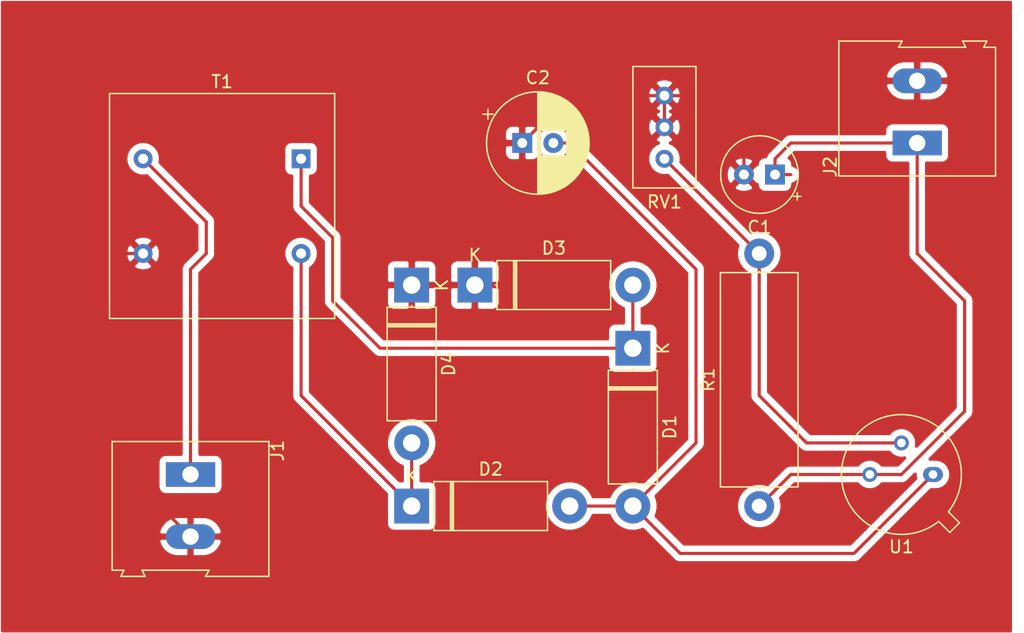
<source format=kicad_pcb>
(kicad_pcb (version 20171130) (host pcbnew "(5.1.10)-1")

  (general
    (thickness 1.6)
    (drawings 4)
    (tracks 52)
    (zones 0)
    (modules 12)
    (nets 8)
  )

  (page A4)
  (layers
    (0 F.Cu signal)
    (31 B.Cu signal)
    (32 B.Adhes user)
    (33 F.Adhes user)
    (34 B.Paste user)
    (35 F.Paste user)
    (36 B.SilkS user)
    (37 F.SilkS user)
    (38 B.Mask user)
    (39 F.Mask user)
    (40 Dwgs.User user)
    (41 Cmts.User user)
    (42 Eco1.User user)
    (43 Eco2.User user)
    (44 Edge.Cuts user)
    (45 Margin user)
    (46 B.CrtYd user)
    (47 F.CrtYd user)
    (48 B.Fab user)
    (49 F.Fab user)
  )

  (setup
    (last_trace_width 0.25)
    (trace_clearance 0.2)
    (zone_clearance 0.508)
    (zone_45_only no)
    (trace_min 0.2)
    (via_size 0.8)
    (via_drill 0.4)
    (via_min_size 0.4)
    (via_min_drill 0.3)
    (uvia_size 0.3)
    (uvia_drill 0.1)
    (uvias_allowed no)
    (uvia_min_size 0.2)
    (uvia_min_drill 0.1)
    (edge_width 0.05)
    (segment_width 0.2)
    (pcb_text_width 0.3)
    (pcb_text_size 1.5 1.5)
    (mod_edge_width 0.12)
    (mod_text_size 1 1)
    (mod_text_width 0.15)
    (pad_size 1.524 1.524)
    (pad_drill 0.762)
    (pad_to_mask_clearance 0)
    (aux_axis_origin 0 0)
    (visible_elements FFFFF77F)
    (pcbplotparams
      (layerselection 0x010fc_ffffffff)
      (usegerberextensions false)
      (usegerberattributes true)
      (usegerberadvancedattributes true)
      (creategerberjobfile true)
      (excludeedgelayer true)
      (linewidth 0.100000)
      (plotframeref false)
      (viasonmask false)
      (mode 1)
      (useauxorigin false)
      (hpglpennumber 1)
      (hpglpenspeed 20)
      (hpglpendiameter 15.000000)
      (psnegative false)
      (psa4output false)
      (plotreference true)
      (plotvalue true)
      (plotinvisibletext false)
      (padsonsilk false)
      (subtractmaskfromsilk false)
      (outputformat 1)
      (mirror false)
      (drillshape 1)
      (scaleselection 1)
      (outputdirectory ""))
  )

  (net 0 "")
  (net 1 "Net-(C1-Pad1)")
  (net 2 GND)
  (net 3 "Net-(C2-Pad2)")
  (net 4 "Net-(D1-Pad1)")
  (net 5 "Net-(D2-Pad1)")
  (net 6 "Net-(J1-Pad1)")
  (net 7 "Net-(R1-Pad2)")

  (net_class Default "This is the default net class."
    (clearance 0.2)
    (trace_width 0.25)
    (via_dia 0.8)
    (via_drill 0.4)
    (uvia_dia 0.3)
    (uvia_drill 0.1)
    (add_net GND)
    (add_net "Net-(C1-Pad1)")
    (add_net "Net-(C2-Pad2)")
    (add_net "Net-(D1-Pad1)")
    (add_net "Net-(D2-Pad1)")
    (add_net "Net-(J1-Pad1)")
    (add_net "Net-(R1-Pad2)")
  )

  (module Transformer_THT:Transformer_NF_ETAL_1-1_P1200 (layer F.Cu) (tedit 611B4B7F) (tstamp 611BCC07)
    (at 120.65 76.2)
    (descr "NF-Transformer, 1:1, ETAL P1200,http://www.etalgroup.com/sites/default/files/products/P1200_April_2005.pdf")
    (tags "NF-Transformer 1to1 ETAL P1200 ")
    (path /611AC012)
    (fp_text reference T1 (at -6.35 -6.2) (layer F.SilkS)
      (effects (font (size 1 1) (thickness 0.15)))
    )
    (fp_text value Transformer_1P_1S (at -5.8 14.1) (layer F.Fab)
      (effects (font (size 1 1) (thickness 0.15)))
    )
    (fp_line (start 2.9 13.06) (end -15.6 13.06) (layer F.CrtYd) (width 0.05))
    (fp_line (start 2.9 13.06) (end 2.9 -5.44) (layer F.CrtYd) (width 0.05))
    (fp_line (start -15.6 -5.44) (end -15.6 13.06) (layer F.CrtYd) (width 0.05))
    (fp_line (start -15.6 -5.44) (end 2.9 -5.44) (layer F.CrtYd) (width 0.05))
    (fp_line (start 2.65 12.81) (end 2.65 -5.19) (layer F.Fab) (width 0.1))
    (fp_line (start -15.35 12.81) (end 2.65 12.81) (layer F.Fab) (width 0.1))
    (fp_line (start -15.35 -5.19) (end -15.35 12.81) (layer F.Fab) (width 0.1))
    (fp_line (start 2.65 -5.19) (end -15.35 -5.19) (layer F.Fab) (width 0.1))
    (fp_line (start -6.35 -2.19) (end -6.35 9.81) (layer F.Fab) (width 0.1))
    (fp_line (start -9.36 7.77) (end -11.28 7.76) (layer F.Fab) (width 0.1))
    (fp_line (start -9.3 7.79) (end -9.36 7.77) (layer F.Fab) (width 0.1))
    (fp_line (start -9.09 7.74) (end -9.3 7.79) (layer F.Fab) (width 0.1))
    (fp_line (start -8.82 7.69) (end -9.09 7.74) (layer F.Fab) (width 0.1))
    (fp_line (start -8.61 7.49) (end -8.82 7.69) (layer F.Fab) (width 0.1))
    (fp_line (start -8.49 7.28) (end -8.61 7.49) (layer F.Fab) (width 0.1))
    (fp_line (start -8.4 6.96) (end -8.49 7.28) (layer F.Fab) (width 0.1))
    (fp_line (start -8.4 6.69) (end -8.4 6.96) (layer F.Fab) (width 0.1))
    (fp_line (start -8.45 6.46) (end -8.4 6.69) (layer F.Fab) (width 0.1))
    (fp_line (start -8.58 6.25) (end -8.45 6.46) (layer F.Fab) (width 0.1))
    (fp_line (start -8.77 6.01) (end -8.58 6.25) (layer F.Fab) (width 0.1))
    (fp_line (start -9.04 5.85) (end -8.77 6.01) (layer F.Fab) (width 0.1))
    (fp_line (start -9.3 5.77) (end -9.04 5.85) (layer F.Fab) (width 0.1))
    (fp_line (start -8.97 5.73) (end -9.3 5.77) (layer F.Fab) (width 0.1))
    (fp_line (start -8.79 5.64) (end -8.97 5.73) (layer F.Fab) (width 0.1))
    (fp_line (start -8.63 5.5) (end -8.79 5.64) (layer F.Fab) (width 0.1))
    (fp_line (start -8.45 5.29) (end -8.63 5.5) (layer F.Fab) (width 0.1))
    (fp_line (start -8.38 5.02) (end -8.45 5.29) (layer F.Fab) (width 0.1))
    (fp_line (start -8.36 4.75) (end -8.38 5.02) (layer F.Fab) (width 0.1))
    (fp_line (start -8.42 4.47) (end -8.36 4.75) (layer F.Fab) (width 0.1))
    (fp_line (start -8.52 4.25) (end -8.42 4.47) (layer F.Fab) (width 0.1))
    (fp_line (start -8.77 4.01) (end -8.52 4.25) (layer F.Fab) (width 0.1))
    (fp_line (start -9.02 3.88) (end -8.77 4.01) (layer F.Fab) (width 0.1))
    (fp_line (start -9.29 3.79) (end -9.02 3.88) (layer F.Fab) (width 0.1))
    (fp_line (start -9.14 3.79) (end -9.29 3.79) (layer F.Fab) (width 0.1))
    (fp_line (start -8.9 3.69) (end -9.14 3.79) (layer F.Fab) (width 0.1))
    (fp_line (start -8.66 3.53) (end -8.9 3.69) (layer F.Fab) (width 0.1))
    (fp_line (start -8.56 3.38) (end -8.66 3.53) (layer F.Fab) (width 0.1))
    (fp_line (start -8.42 3.15) (end -8.56 3.38) (layer F.Fab) (width 0.1))
    (fp_line (start -8.38 2.83) (end -8.42 3.15) (layer F.Fab) (width 0.1))
    (fp_line (start -8.42 2.49) (end -8.38 2.83) (layer F.Fab) (width 0.1))
    (fp_line (start -8.49 2.19) (end -8.42 2.49) (layer F.Fab) (width 0.1))
    (fp_line (start -8.75 2) (end -8.49 2.19) (layer F.Fab) (width 0.1))
    (fp_line (start -9.07 1.89) (end -8.75 2) (layer F.Fab) (width 0.1))
    (fp_line (start -9.36 1.8) (end -9.07 1.89) (layer F.Fab) (width 0.1))
    (fp_line (start -9.2 1.8) (end -9.36 1.8) (layer F.Fab) (width 0.1))
    (fp_line (start -8.79 1.62) (end -9.2 1.8) (layer F.Fab) (width 0.1))
    (fp_line (start -8.58 1.48) (end -8.79 1.62) (layer F.Fab) (width 0.1))
    (fp_line (start -8.4 1.29) (end -8.58 1.48) (layer F.Fab) (width 0.1))
    (fp_line (start -8.34 0.86) (end -8.4 1.29) (layer F.Fab) (width 0.1))
    (fp_line (start -8.4 0.52) (end -8.34 0.86) (layer F.Fab) (width 0.1))
    (fp_line (start -8.45 0.31) (end -8.4 0.52) (layer F.Fab) (width 0.1))
    (fp_line (start -8.68 0.08) (end -8.45 0.31) (layer F.Fab) (width 0.1))
    (fp_line (start -8.97 -0.14) (end -8.68 0.08) (layer F.Fab) (width 0.1))
    (fp_line (start -9.35 -0.19) (end -8.97 -0.14) (layer F.Fab) (width 0.1))
    (fp_line (start -11.35 -0.19) (end -9.35 -0.19) (layer F.Fab) (width 0.1))
    (fp_line (start -3.38 7.81) (end -1.45 7.81) (layer F.Fab) (width 0.1))
    (fp_line (start -3.76 7.74) (end -3.38 7.81) (layer F.Fab) (width 0.1))
    (fp_line (start -4.04 7.49) (end -3.76 7.74) (layer F.Fab) (width 0.1))
    (fp_line (start -4.24 7.26) (end -4.04 7.49) (layer F.Fab) (width 0.1))
    (fp_line (start -4.34 6.89) (end -4.24 7.26) (layer F.Fab) (width 0.1))
    (fp_line (start -4.31 6.57) (end -4.34 6.89) (layer F.Fab) (width 0.1))
    (fp_line (start -4.17 6.21) (end -4.31 6.57) (layer F.Fab) (width 0.1))
    (fp_line (start -3.88 5.96) (end -4.17 6.21) (layer F.Fab) (width 0.1))
    (fp_line (start -3.15 5.84) (end -3.88 5.96) (layer F.Fab) (width 0.1))
    (fp_line (start -3.37 5.84) (end -3.15 5.84) (layer F.Fab) (width 0.1))
    (fp_line (start -3.61 5.78) (end -3.37 5.84) (layer F.Fab) (width 0.1))
    (fp_line (start -3.92 5.62) (end -3.61 5.78) (layer F.Fab) (width 0.1))
    (fp_line (start -4.18 5.39) (end -3.92 5.62) (layer F.Fab) (width 0.1))
    (fp_line (start -4.33 5.04) (end -4.18 5.39) (layer F.Fab) (width 0.1))
    (fp_line (start -4.34 4.68) (end -4.33 5.04) (layer F.Fab) (width 0.1))
    (fp_line (start -4.24 4.36) (end -4.34 4.68) (layer F.Fab) (width 0.1))
    (fp_line (start -4.02 4.08) (end -4.24 4.36) (layer F.Fab) (width 0.1))
    (fp_line (start -3.67 3.88) (end -4.02 4.08) (layer F.Fab) (width 0.1))
    (fp_line (start -3.19 3.81) (end -3.67 3.88) (layer F.Fab) (width 0.1))
    (fp_line (start -3.63 3.79) (end -3.19 3.81) (layer F.Fab) (width 0.1))
    (fp_line (start -3.95 3.6) (end -3.63 3.79) (layer F.Fab) (width 0.1))
    (fp_line (start -4.24 3.29) (end -3.95 3.6) (layer F.Fab) (width 0.1))
    (fp_line (start -4.36 2.92) (end -4.24 3.29) (layer F.Fab) (width 0.1))
    (fp_line (start -4.34 2.57) (end -4.36 2.92) (layer F.Fab) (width 0.1))
    (fp_line (start -4.2 2.26) (end -4.34 2.57) (layer F.Fab) (width 0.1))
    (fp_line (start -3.7 1.94) (end -4.2 2.26) (layer F.Fab) (width 0.1))
    (fp_line (start -3.22 1.85) (end -3.7 1.94) (layer F.Fab) (width 0.1))
    (fp_line (start -3.47 1.85) (end -3.22 1.85) (layer F.Fab) (width 0.1))
    (fp_line (start -3.93 1.64) (end -3.47 1.85) (layer F.Fab) (width 0.1))
    (fp_line (start -4.18 1.45) (end -3.93 1.64) (layer F.Fab) (width 0.1))
    (fp_line (start -4.33 1.07) (end -4.18 1.45) (layer F.Fab) (width 0.1))
    (fp_line (start -4.36 0.7) (end -4.33 1.07) (layer F.Fab) (width 0.1))
    (fp_line (start -4.24 0.31) (end -4.36 0.7) (layer F.Fab) (width 0.1))
    (fp_line (start -3.93 0.02) (end -4.24 0.31) (layer F.Fab) (width 0.1))
    (fp_line (start -3.6 -0.17) (end -3.93 0.02) (layer F.Fab) (width 0.1))
    (fp_line (start -3.29 -0.23) (end -3.6 -0.17) (layer F.Fab) (width 0.1))
    (fp_line (start -1.53 -0.19) (end -3.29 -0.23) (layer F.Fab) (width 0.1))
    (fp_line (start -7.38 -4.49) (end -7.38 -2.98) (layer F.Fab) (width 0.1))
    (fp_line (start -7.92 -4.01) (end -7.38 -4.49) (layer F.Fab) (width 0.1))
    (fp_line (start -5.18 -4.49) (end -5.18 -3.04) (layer F.Fab) (width 0.1))
    (fp_line (start -5.68 -4.07) (end -5.18 -4.49) (layer F.Fab) (width 0.1))
    (fp_line (start -6.32 -3.91) (end -6.37 -3.89) (layer F.Fab) (width 0.1))
    (fp_line (start -6.25 -3.11) (end -6.33 -3.11) (layer F.Fab) (width 0.1))
    (fp_line (start -5.53 -3.04) (end -4.89 -3.04) (layer F.Fab) (width 0.1))
    (fp_line (start -7.76 -2.97) (end -7.14 -2.99) (layer F.Fab) (width 0.1))
    (fp_line (start 0.13 -3.24) (end 0.13 -1.77) (layer F.Fab) (width 0.1))
    (fp_line (start -0.4 -2.75) (end 0.13 -3.24) (layer F.Fab) (width 0.1))
    (fp_line (start -0.36 -1.79) (end 0.63 -1.79) (layer F.Fab) (width 0.1))
    (fp_line (start -13.05 -2.73) (end -13.23 -2.66) (layer F.Fab) (width 0.1))
    (fp_line (start -12.74 -2.72) (end -13.05 -2.73) (layer F.Fab) (width 0.1))
    (fp_line (start -12.54 -2.54) (end -12.74 -2.72) (layer F.Fab) (width 0.1))
    (fp_line (start -12.47 -2.31) (end -12.54 -2.54) (layer F.Fab) (width 0.1))
    (fp_line (start -12.49 -2.04) (end -12.47 -2.31) (layer F.Fab) (width 0.1))
    (fp_line (start -12.63 -1.84) (end -12.49 -2.04) (layer F.Fab) (width 0.1))
    (fp_line (start -12.82 -1.8) (end -12.63 -1.84) (layer F.Fab) (width 0.1))
    (fp_line (start -13.11 -1.86) (end -12.82 -1.8) (layer F.Fab) (width 0.1))
    (fp_line (start -13.27 -1.99) (end -13.11 -1.86) (layer F.Fab) (width 0.1))
    (fp_line (start -13.36 -2.31) (end -13.27 -1.99) (layer F.Fab) (width 0.1))
    (fp_line (start -13.33 -2.72) (end -13.36 -2.31) (layer F.Fab) (width 0.1))
    (fp_line (start -13.3 -3.01) (end -13.33 -2.72) (layer F.Fab) (width 0.1))
    (fp_line (start -13.09 -3.24) (end -13.3 -3.01) (layer F.Fab) (width 0.1))
    (fp_line (start -12.96 -3.36) (end -13.09 -3.24) (layer F.Fab) (width 0.1))
    (fp_line (start -12.75 -3.39) (end -12.96 -3.36) (layer F.Fab) (width 0.1))
    (fp_line (start -12.45 -3.4) (end -12.75 -3.39) (layer F.Fab) (width 0.1))
    (fp_line (start -11.93 -1.81) (end -11.93 -1.8) (layer F.Fab) (width 0.1))
    (fp_line (start -11.94 -1.77) (end -11.93 -1.81) (layer F.Fab) (width 0.1))
    (fp_line (start -13.39 5.34) (end -12.32 5.32) (layer F.Fab) (width 0.1))
    (fp_line (start -12.97 4.13) (end -13.39 5.34) (layer F.Fab) (width 0.1))
    (fp_line (start -12.58 4.83) (end -12.6 5.85) (layer F.Fab) (width 0.1))
    (fp_line (start -0.32 5.78) (end -0.47 5.67) (layer F.Fab) (width 0.1))
    (fp_line (start -0.16 5.8) (end -0.32 5.78) (layer F.Fab) (width 0.1))
    (fp_line (start 0.02 5.82) (end -0.16 5.8) (layer F.Fab) (width 0.1))
    (fp_line (start 0.24 5.79) (end 0.02 5.82) (layer F.Fab) (width 0.1))
    (fp_line (start 0.4 5.64) (end 0.24 5.79) (layer F.Fab) (width 0.1))
    (fp_line (start 0.47 5.36) (end 0.4 5.64) (layer F.Fab) (width 0.1))
    (fp_line (start 0.43 5.08) (end 0.47 5.36) (layer F.Fab) (width 0.1))
    (fp_line (start 0.26 4.89) (end 0.43 5.08) (layer F.Fab) (width 0.1))
    (fp_line (start -0.05 4.87) (end 0.26 4.89) (layer F.Fab) (width 0.1))
    (fp_line (start 0.44 4.26) (end -0.05 4.87) (layer F.Fab) (width 0.1))
    (fp_line (start -0.55 4.26) (end 0.44 4.26) (layer F.Fab) (width 0.1))
    (fp_line (start -15.4 12.85) (end -15.4 -5.25) (layer F.SilkS) (width 0.12))
    (fp_line (start 2.7 12.85) (end -15.4 12.85) (layer F.SilkS) (width 0.12))
    (fp_line (start 2.7 -5.25) (end 2.7 12.85) (layer F.SilkS) (width 0.12))
    (fp_line (start -15.4 -5.25) (end 2.7 -5.25) (layer F.SilkS) (width 0.12))
    (fp_text user %R (at -11 10) (layer F.Fab)
      (effects (font (size 1 1) (thickness 0.15)))
    )
    (pad 1 thru_hole circle (at -12.7 0) (size 1.52 1.52) (drill 0.81) (layers *.Cu *.Mask)
      (net 6 "Net-(J1-Pad1)"))
    (pad 2 thru_hole circle (at -12.7 7.62) (size 1.52 1.52) (drill 0.81) (layers *.Cu *.Mask)
      (net 2 GND))
    (pad 3 thru_hole rect (at 0 0) (size 1.52 1.52) (drill 0.81) (layers *.Cu *.Mask)
      (net 4 "Net-(D1-Pad1)"))
    (pad 4 thru_hole circle (at 0 7.62) (size 1.52 1.52) (drill 0.81) (layers *.Cu *.Mask)
      (net 5 "Net-(D2-Pad1)"))
    (model ${KISYS3DMOD}/Transformer_THT.3dshapes/Transformer_NF_ETAL_1-1_P1200.wrl
      (at (xyz 0 0 0))
      (scale (xyz 1 1 1))
      (rotate (xyz 0 0 0))
    )
  )

  (module Capacitor_THT:CP_Radial_Tantal_D6.0mm_P2.50mm (layer F.Cu) (tedit 5AE50EF0) (tstamp 611BFEFD)
    (at 158.75 77.47 180)
    (descr "CP, Radial_Tantal series, Radial, pin pitch=2.50mm, , diameter=6.0mm, Tantal Electrolytic Capacitor, http://cdn-reichelt.de/documents/datenblatt/B300/TANTAL-TB-Serie%23.pdf")
    (tags "CP Radial_Tantal series Radial pin pitch 2.50mm  diameter 6.0mm Tantal Electrolytic Capacitor")
    (path /611AA975)
    (fp_text reference C1 (at 1.25 -4.25) (layer F.SilkS)
      (effects (font (size 1 1) (thickness 0.15)))
    )
    (fp_text value 100u (at 1.25 4.25) (layer F.Fab)
      (effects (font (size 1 1) (thickness 0.15)))
    )
    (fp_line (start -1.789749 -2.055) (end -1.789749 -1.455) (layer F.SilkS) (width 0.12))
    (fp_line (start -2.089749 -1.755) (end -1.489749 -1.755) (layer F.SilkS) (width 0.12))
    (fp_line (start -1.014656 -1.6075) (end -1.014656 -1.0075) (layer F.Fab) (width 0.1))
    (fp_line (start -1.314656 -1.3075) (end -0.714656 -1.3075) (layer F.Fab) (width 0.1))
    (fp_circle (center 1.25 0) (end 4.5 0) (layer F.CrtYd) (width 0.05))
    (fp_circle (center 1.25 0) (end 4.37 0) (layer F.SilkS) (width 0.12))
    (fp_circle (center 1.25 0) (end 4.25 0) (layer F.Fab) (width 0.1))
    (fp_text user %R (at 1.25 0) (layer F.Fab)
      (effects (font (size 1 1) (thickness 0.15)))
    )
    (pad 1 thru_hole rect (at 0 0 180) (size 1.6 1.6) (drill 0.8) (layers *.Cu *.Mask)
      (net 1 "Net-(C1-Pad1)"))
    (pad 2 thru_hole circle (at 2.5 0 180) (size 1.6 1.6) (drill 0.8) (layers *.Cu *.Mask)
      (net 2 GND))
    (model ${KISYS3DMOD}/Capacitor_THT.3dshapes/CP_Radial_Tantal_D6.0mm_P2.50mm.wrl
      (at (xyz 0 0 0))
      (scale (xyz 1 1 1))
      (rotate (xyz 0 0 0))
    )
  )

  (module Capacitor_THT:CP_Radial_D8.0mm_P2.50mm (layer F.Cu) (tedit 5AE50EF0) (tstamp 611B77E9)
    (at 138.43 74.93)
    (descr "CP, Radial series, Radial, pin pitch=2.50mm, , diameter=8mm, Electrolytic Capacitor")
    (tags "CP Radial series Radial pin pitch 2.50mm  diameter 8mm Electrolytic Capacitor")
    (path /611A82CA)
    (fp_text reference C2 (at 1.25 -5.25) (layer F.SilkS)
      (effects (font (size 1 1) (thickness 0.15)))
    )
    (fp_text value 2200u (at 1.25 5.25) (layer F.Fab)
      (effects (font (size 1 1) (thickness 0.15)))
    )
    (fp_line (start -2.759698 -2.715) (end -2.759698 -1.915) (layer F.SilkS) (width 0.12))
    (fp_line (start -3.159698 -2.315) (end -2.359698 -2.315) (layer F.SilkS) (width 0.12))
    (fp_line (start 5.331 -0.533) (end 5.331 0.533) (layer F.SilkS) (width 0.12))
    (fp_line (start 5.291 -0.768) (end 5.291 0.768) (layer F.SilkS) (width 0.12))
    (fp_line (start 5.251 -0.948) (end 5.251 0.948) (layer F.SilkS) (width 0.12))
    (fp_line (start 5.211 -1.098) (end 5.211 1.098) (layer F.SilkS) (width 0.12))
    (fp_line (start 5.171 -1.229) (end 5.171 1.229) (layer F.SilkS) (width 0.12))
    (fp_line (start 5.131 -1.346) (end 5.131 1.346) (layer F.SilkS) (width 0.12))
    (fp_line (start 5.091 -1.453) (end 5.091 1.453) (layer F.SilkS) (width 0.12))
    (fp_line (start 5.051 -1.552) (end 5.051 1.552) (layer F.SilkS) (width 0.12))
    (fp_line (start 5.011 -1.645) (end 5.011 1.645) (layer F.SilkS) (width 0.12))
    (fp_line (start 4.971 -1.731) (end 4.971 1.731) (layer F.SilkS) (width 0.12))
    (fp_line (start 4.931 -1.813) (end 4.931 1.813) (layer F.SilkS) (width 0.12))
    (fp_line (start 4.891 -1.89) (end 4.891 1.89) (layer F.SilkS) (width 0.12))
    (fp_line (start 4.851 -1.964) (end 4.851 1.964) (layer F.SilkS) (width 0.12))
    (fp_line (start 4.811 -2.034) (end 4.811 2.034) (layer F.SilkS) (width 0.12))
    (fp_line (start 4.771 -2.102) (end 4.771 2.102) (layer F.SilkS) (width 0.12))
    (fp_line (start 4.731 -2.166) (end 4.731 2.166) (layer F.SilkS) (width 0.12))
    (fp_line (start 4.691 -2.228) (end 4.691 2.228) (layer F.SilkS) (width 0.12))
    (fp_line (start 4.651 -2.287) (end 4.651 2.287) (layer F.SilkS) (width 0.12))
    (fp_line (start 4.611 -2.345) (end 4.611 2.345) (layer F.SilkS) (width 0.12))
    (fp_line (start 4.571 -2.4) (end 4.571 2.4) (layer F.SilkS) (width 0.12))
    (fp_line (start 4.531 -2.454) (end 4.531 2.454) (layer F.SilkS) (width 0.12))
    (fp_line (start 4.491 -2.505) (end 4.491 2.505) (layer F.SilkS) (width 0.12))
    (fp_line (start 4.451 -2.556) (end 4.451 2.556) (layer F.SilkS) (width 0.12))
    (fp_line (start 4.411 -2.604) (end 4.411 2.604) (layer F.SilkS) (width 0.12))
    (fp_line (start 4.371 -2.651) (end 4.371 2.651) (layer F.SilkS) (width 0.12))
    (fp_line (start 4.331 -2.697) (end 4.331 2.697) (layer F.SilkS) (width 0.12))
    (fp_line (start 4.291 -2.741) (end 4.291 2.741) (layer F.SilkS) (width 0.12))
    (fp_line (start 4.251 -2.784) (end 4.251 2.784) (layer F.SilkS) (width 0.12))
    (fp_line (start 4.211 -2.826) (end 4.211 2.826) (layer F.SilkS) (width 0.12))
    (fp_line (start 4.171 -2.867) (end 4.171 2.867) (layer F.SilkS) (width 0.12))
    (fp_line (start 4.131 -2.907) (end 4.131 2.907) (layer F.SilkS) (width 0.12))
    (fp_line (start 4.091 -2.945) (end 4.091 2.945) (layer F.SilkS) (width 0.12))
    (fp_line (start 4.051 -2.983) (end 4.051 2.983) (layer F.SilkS) (width 0.12))
    (fp_line (start 4.011 -3.019) (end 4.011 3.019) (layer F.SilkS) (width 0.12))
    (fp_line (start 3.971 -3.055) (end 3.971 3.055) (layer F.SilkS) (width 0.12))
    (fp_line (start 3.931 -3.09) (end 3.931 3.09) (layer F.SilkS) (width 0.12))
    (fp_line (start 3.891 -3.124) (end 3.891 3.124) (layer F.SilkS) (width 0.12))
    (fp_line (start 3.851 -3.156) (end 3.851 3.156) (layer F.SilkS) (width 0.12))
    (fp_line (start 3.811 -3.189) (end 3.811 3.189) (layer F.SilkS) (width 0.12))
    (fp_line (start 3.771 -3.22) (end 3.771 3.22) (layer F.SilkS) (width 0.12))
    (fp_line (start 3.731 -3.25) (end 3.731 3.25) (layer F.SilkS) (width 0.12))
    (fp_line (start 3.691 -3.28) (end 3.691 3.28) (layer F.SilkS) (width 0.12))
    (fp_line (start 3.651 -3.309) (end 3.651 3.309) (layer F.SilkS) (width 0.12))
    (fp_line (start 3.611 -3.338) (end 3.611 3.338) (layer F.SilkS) (width 0.12))
    (fp_line (start 3.571 -3.365) (end 3.571 3.365) (layer F.SilkS) (width 0.12))
    (fp_line (start 3.531 1.04) (end 3.531 3.392) (layer F.SilkS) (width 0.12))
    (fp_line (start 3.531 -3.392) (end 3.531 -1.04) (layer F.SilkS) (width 0.12))
    (fp_line (start 3.491 1.04) (end 3.491 3.418) (layer F.SilkS) (width 0.12))
    (fp_line (start 3.491 -3.418) (end 3.491 -1.04) (layer F.SilkS) (width 0.12))
    (fp_line (start 3.451 1.04) (end 3.451 3.444) (layer F.SilkS) (width 0.12))
    (fp_line (start 3.451 -3.444) (end 3.451 -1.04) (layer F.SilkS) (width 0.12))
    (fp_line (start 3.411 1.04) (end 3.411 3.469) (layer F.SilkS) (width 0.12))
    (fp_line (start 3.411 -3.469) (end 3.411 -1.04) (layer F.SilkS) (width 0.12))
    (fp_line (start 3.371 1.04) (end 3.371 3.493) (layer F.SilkS) (width 0.12))
    (fp_line (start 3.371 -3.493) (end 3.371 -1.04) (layer F.SilkS) (width 0.12))
    (fp_line (start 3.331 1.04) (end 3.331 3.517) (layer F.SilkS) (width 0.12))
    (fp_line (start 3.331 -3.517) (end 3.331 -1.04) (layer F.SilkS) (width 0.12))
    (fp_line (start 3.291 1.04) (end 3.291 3.54) (layer F.SilkS) (width 0.12))
    (fp_line (start 3.291 -3.54) (end 3.291 -1.04) (layer F.SilkS) (width 0.12))
    (fp_line (start 3.251 1.04) (end 3.251 3.562) (layer F.SilkS) (width 0.12))
    (fp_line (start 3.251 -3.562) (end 3.251 -1.04) (layer F.SilkS) (width 0.12))
    (fp_line (start 3.211 1.04) (end 3.211 3.584) (layer F.SilkS) (width 0.12))
    (fp_line (start 3.211 -3.584) (end 3.211 -1.04) (layer F.SilkS) (width 0.12))
    (fp_line (start 3.171 1.04) (end 3.171 3.606) (layer F.SilkS) (width 0.12))
    (fp_line (start 3.171 -3.606) (end 3.171 -1.04) (layer F.SilkS) (width 0.12))
    (fp_line (start 3.131 1.04) (end 3.131 3.627) (layer F.SilkS) (width 0.12))
    (fp_line (start 3.131 -3.627) (end 3.131 -1.04) (layer F.SilkS) (width 0.12))
    (fp_line (start 3.091 1.04) (end 3.091 3.647) (layer F.SilkS) (width 0.12))
    (fp_line (start 3.091 -3.647) (end 3.091 -1.04) (layer F.SilkS) (width 0.12))
    (fp_line (start 3.051 1.04) (end 3.051 3.666) (layer F.SilkS) (width 0.12))
    (fp_line (start 3.051 -3.666) (end 3.051 -1.04) (layer F.SilkS) (width 0.12))
    (fp_line (start 3.011 1.04) (end 3.011 3.686) (layer F.SilkS) (width 0.12))
    (fp_line (start 3.011 -3.686) (end 3.011 -1.04) (layer F.SilkS) (width 0.12))
    (fp_line (start 2.971 1.04) (end 2.971 3.704) (layer F.SilkS) (width 0.12))
    (fp_line (start 2.971 -3.704) (end 2.971 -1.04) (layer F.SilkS) (width 0.12))
    (fp_line (start 2.931 1.04) (end 2.931 3.722) (layer F.SilkS) (width 0.12))
    (fp_line (start 2.931 -3.722) (end 2.931 -1.04) (layer F.SilkS) (width 0.12))
    (fp_line (start 2.891 1.04) (end 2.891 3.74) (layer F.SilkS) (width 0.12))
    (fp_line (start 2.891 -3.74) (end 2.891 -1.04) (layer F.SilkS) (width 0.12))
    (fp_line (start 2.851 1.04) (end 2.851 3.757) (layer F.SilkS) (width 0.12))
    (fp_line (start 2.851 -3.757) (end 2.851 -1.04) (layer F.SilkS) (width 0.12))
    (fp_line (start 2.811 1.04) (end 2.811 3.774) (layer F.SilkS) (width 0.12))
    (fp_line (start 2.811 -3.774) (end 2.811 -1.04) (layer F.SilkS) (width 0.12))
    (fp_line (start 2.771 1.04) (end 2.771 3.79) (layer F.SilkS) (width 0.12))
    (fp_line (start 2.771 -3.79) (end 2.771 -1.04) (layer F.SilkS) (width 0.12))
    (fp_line (start 2.731 1.04) (end 2.731 3.805) (layer F.SilkS) (width 0.12))
    (fp_line (start 2.731 -3.805) (end 2.731 -1.04) (layer F.SilkS) (width 0.12))
    (fp_line (start 2.691 1.04) (end 2.691 3.821) (layer F.SilkS) (width 0.12))
    (fp_line (start 2.691 -3.821) (end 2.691 -1.04) (layer F.SilkS) (width 0.12))
    (fp_line (start 2.651 1.04) (end 2.651 3.835) (layer F.SilkS) (width 0.12))
    (fp_line (start 2.651 -3.835) (end 2.651 -1.04) (layer F.SilkS) (width 0.12))
    (fp_line (start 2.611 1.04) (end 2.611 3.85) (layer F.SilkS) (width 0.12))
    (fp_line (start 2.611 -3.85) (end 2.611 -1.04) (layer F.SilkS) (width 0.12))
    (fp_line (start 2.571 1.04) (end 2.571 3.863) (layer F.SilkS) (width 0.12))
    (fp_line (start 2.571 -3.863) (end 2.571 -1.04) (layer F.SilkS) (width 0.12))
    (fp_line (start 2.531 1.04) (end 2.531 3.877) (layer F.SilkS) (width 0.12))
    (fp_line (start 2.531 -3.877) (end 2.531 -1.04) (layer F.SilkS) (width 0.12))
    (fp_line (start 2.491 1.04) (end 2.491 3.889) (layer F.SilkS) (width 0.12))
    (fp_line (start 2.491 -3.889) (end 2.491 -1.04) (layer F.SilkS) (width 0.12))
    (fp_line (start 2.451 1.04) (end 2.451 3.902) (layer F.SilkS) (width 0.12))
    (fp_line (start 2.451 -3.902) (end 2.451 -1.04) (layer F.SilkS) (width 0.12))
    (fp_line (start 2.411 1.04) (end 2.411 3.914) (layer F.SilkS) (width 0.12))
    (fp_line (start 2.411 -3.914) (end 2.411 -1.04) (layer F.SilkS) (width 0.12))
    (fp_line (start 2.371 1.04) (end 2.371 3.925) (layer F.SilkS) (width 0.12))
    (fp_line (start 2.371 -3.925) (end 2.371 -1.04) (layer F.SilkS) (width 0.12))
    (fp_line (start 2.331 1.04) (end 2.331 3.936) (layer F.SilkS) (width 0.12))
    (fp_line (start 2.331 -3.936) (end 2.331 -1.04) (layer F.SilkS) (width 0.12))
    (fp_line (start 2.291 1.04) (end 2.291 3.947) (layer F.SilkS) (width 0.12))
    (fp_line (start 2.291 -3.947) (end 2.291 -1.04) (layer F.SilkS) (width 0.12))
    (fp_line (start 2.251 1.04) (end 2.251 3.957) (layer F.SilkS) (width 0.12))
    (fp_line (start 2.251 -3.957) (end 2.251 -1.04) (layer F.SilkS) (width 0.12))
    (fp_line (start 2.211 1.04) (end 2.211 3.967) (layer F.SilkS) (width 0.12))
    (fp_line (start 2.211 -3.967) (end 2.211 -1.04) (layer F.SilkS) (width 0.12))
    (fp_line (start 2.171 1.04) (end 2.171 3.976) (layer F.SilkS) (width 0.12))
    (fp_line (start 2.171 -3.976) (end 2.171 -1.04) (layer F.SilkS) (width 0.12))
    (fp_line (start 2.131 1.04) (end 2.131 3.985) (layer F.SilkS) (width 0.12))
    (fp_line (start 2.131 -3.985) (end 2.131 -1.04) (layer F.SilkS) (width 0.12))
    (fp_line (start 2.091 1.04) (end 2.091 3.994) (layer F.SilkS) (width 0.12))
    (fp_line (start 2.091 -3.994) (end 2.091 -1.04) (layer F.SilkS) (width 0.12))
    (fp_line (start 2.051 1.04) (end 2.051 4.002) (layer F.SilkS) (width 0.12))
    (fp_line (start 2.051 -4.002) (end 2.051 -1.04) (layer F.SilkS) (width 0.12))
    (fp_line (start 2.011 1.04) (end 2.011 4.01) (layer F.SilkS) (width 0.12))
    (fp_line (start 2.011 -4.01) (end 2.011 -1.04) (layer F.SilkS) (width 0.12))
    (fp_line (start 1.971 1.04) (end 1.971 4.017) (layer F.SilkS) (width 0.12))
    (fp_line (start 1.971 -4.017) (end 1.971 -1.04) (layer F.SilkS) (width 0.12))
    (fp_line (start 1.93 1.04) (end 1.93 4.024) (layer F.SilkS) (width 0.12))
    (fp_line (start 1.93 -4.024) (end 1.93 -1.04) (layer F.SilkS) (width 0.12))
    (fp_line (start 1.89 1.04) (end 1.89 4.03) (layer F.SilkS) (width 0.12))
    (fp_line (start 1.89 -4.03) (end 1.89 -1.04) (layer F.SilkS) (width 0.12))
    (fp_line (start 1.85 1.04) (end 1.85 4.037) (layer F.SilkS) (width 0.12))
    (fp_line (start 1.85 -4.037) (end 1.85 -1.04) (layer F.SilkS) (width 0.12))
    (fp_line (start 1.81 1.04) (end 1.81 4.042) (layer F.SilkS) (width 0.12))
    (fp_line (start 1.81 -4.042) (end 1.81 -1.04) (layer F.SilkS) (width 0.12))
    (fp_line (start 1.77 1.04) (end 1.77 4.048) (layer F.SilkS) (width 0.12))
    (fp_line (start 1.77 -4.048) (end 1.77 -1.04) (layer F.SilkS) (width 0.12))
    (fp_line (start 1.73 1.04) (end 1.73 4.052) (layer F.SilkS) (width 0.12))
    (fp_line (start 1.73 -4.052) (end 1.73 -1.04) (layer F.SilkS) (width 0.12))
    (fp_line (start 1.69 1.04) (end 1.69 4.057) (layer F.SilkS) (width 0.12))
    (fp_line (start 1.69 -4.057) (end 1.69 -1.04) (layer F.SilkS) (width 0.12))
    (fp_line (start 1.65 1.04) (end 1.65 4.061) (layer F.SilkS) (width 0.12))
    (fp_line (start 1.65 -4.061) (end 1.65 -1.04) (layer F.SilkS) (width 0.12))
    (fp_line (start 1.61 1.04) (end 1.61 4.065) (layer F.SilkS) (width 0.12))
    (fp_line (start 1.61 -4.065) (end 1.61 -1.04) (layer F.SilkS) (width 0.12))
    (fp_line (start 1.57 1.04) (end 1.57 4.068) (layer F.SilkS) (width 0.12))
    (fp_line (start 1.57 -4.068) (end 1.57 -1.04) (layer F.SilkS) (width 0.12))
    (fp_line (start 1.53 1.04) (end 1.53 4.071) (layer F.SilkS) (width 0.12))
    (fp_line (start 1.53 -4.071) (end 1.53 -1.04) (layer F.SilkS) (width 0.12))
    (fp_line (start 1.49 1.04) (end 1.49 4.074) (layer F.SilkS) (width 0.12))
    (fp_line (start 1.49 -4.074) (end 1.49 -1.04) (layer F.SilkS) (width 0.12))
    (fp_line (start 1.45 -4.076) (end 1.45 4.076) (layer F.SilkS) (width 0.12))
    (fp_line (start 1.41 -4.077) (end 1.41 4.077) (layer F.SilkS) (width 0.12))
    (fp_line (start 1.37 -4.079) (end 1.37 4.079) (layer F.SilkS) (width 0.12))
    (fp_line (start 1.33 -4.08) (end 1.33 4.08) (layer F.SilkS) (width 0.12))
    (fp_line (start 1.29 -4.08) (end 1.29 4.08) (layer F.SilkS) (width 0.12))
    (fp_line (start 1.25 -4.08) (end 1.25 4.08) (layer F.SilkS) (width 0.12))
    (fp_line (start -1.776759 -2.1475) (end -1.776759 -1.3475) (layer F.Fab) (width 0.1))
    (fp_line (start -2.176759 -1.7475) (end -1.376759 -1.7475) (layer F.Fab) (width 0.1))
    (fp_circle (center 1.25 0) (end 5.5 0) (layer F.CrtYd) (width 0.05))
    (fp_circle (center 1.25 0) (end 5.37 0) (layer F.SilkS) (width 0.12))
    (fp_circle (center 1.25 0) (end 5.25 0) (layer F.Fab) (width 0.1))
    (fp_text user %R (at 1.25 0) (layer F.Fab)
      (effects (font (size 1 1) (thickness 0.15)))
    )
    (pad 1 thru_hole rect (at 0 0) (size 1.6 1.6) (drill 0.8) (layers *.Cu *.Mask)
      (net 2 GND))
    (pad 2 thru_hole circle (at 2.5 0) (size 1.6 1.6) (drill 0.8) (layers *.Cu *.Mask)
      (net 3 "Net-(C2-Pad2)"))
    (model ${KISYS3DMOD}/Capacitor_THT.3dshapes/CP_Radial_D8.0mm_P2.50mm.wrl
      (at (xyz 0 0 0))
      (scale (xyz 1 1 1))
      (rotate (xyz 0 0 0))
    )
  )

  (module Diode_THT:D_5W_P12.70mm_Horizontal (layer F.Cu) (tedit 5AE50CD5) (tstamp 611BF9D9)
    (at 147.32 91.44 270)
    (descr "Diode, 5W series, Axial, Horizontal, pin pitch=12.7mm, , length*diameter=8.9*3.7mm^2, , http://www.diodes.com/_files/packages/8686949.gif")
    (tags "Diode 5W series Axial Horizontal pin pitch 12.7mm  length 8.9mm diameter 3.7mm")
    (path /611A768A)
    (fp_text reference D1 (at 6.35 -2.97 90) (layer F.SilkS)
      (effects (font (size 1 1) (thickness 0.15)))
    )
    (fp_text value DIODE (at 6.35 2.97 90) (layer F.Fab)
      (effects (font (size 1 1) (thickness 0.15)))
    )
    (fp_text user K (at 0 -2.4 90) (layer F.SilkS)
      (effects (font (size 1 1) (thickness 0.15)))
    )
    (fp_text user K (at 0 -2.4 90) (layer F.Fab)
      (effects (font (size 1 1) (thickness 0.15)))
    )
    (fp_text user %R (at 7.0175 0 90) (layer F.Fab)
      (effects (font (size 1 1) (thickness 0.15)))
    )
    (fp_line (start 1.9 -1.85) (end 1.9 1.85) (layer F.Fab) (width 0.1))
    (fp_line (start 1.9 1.85) (end 10.8 1.85) (layer F.Fab) (width 0.1))
    (fp_line (start 10.8 1.85) (end 10.8 -1.85) (layer F.Fab) (width 0.1))
    (fp_line (start 10.8 -1.85) (end 1.9 -1.85) (layer F.Fab) (width 0.1))
    (fp_line (start 0 0) (end 1.9 0) (layer F.Fab) (width 0.1))
    (fp_line (start 12.7 0) (end 10.8 0) (layer F.Fab) (width 0.1))
    (fp_line (start 3.235 -1.85) (end 3.235 1.85) (layer F.Fab) (width 0.1))
    (fp_line (start 3.335 -1.85) (end 3.335 1.85) (layer F.Fab) (width 0.1))
    (fp_line (start 3.135 -1.85) (end 3.135 1.85) (layer F.Fab) (width 0.1))
    (fp_line (start 1.78 -1.97) (end 1.78 1.97) (layer F.SilkS) (width 0.12))
    (fp_line (start 1.78 1.97) (end 10.92 1.97) (layer F.SilkS) (width 0.12))
    (fp_line (start 10.92 1.97) (end 10.92 -1.97) (layer F.SilkS) (width 0.12))
    (fp_line (start 10.92 -1.97) (end 1.78 -1.97) (layer F.SilkS) (width 0.12))
    (fp_line (start 1.64 0) (end 1.78 0) (layer F.SilkS) (width 0.12))
    (fp_line (start 11.06 0) (end 10.92 0) (layer F.SilkS) (width 0.12))
    (fp_line (start 3.235 -1.97) (end 3.235 1.97) (layer F.SilkS) (width 0.12))
    (fp_line (start 3.355 -1.97) (end 3.355 1.97) (layer F.SilkS) (width 0.12))
    (fp_line (start 3.115 -1.97) (end 3.115 1.97) (layer F.SilkS) (width 0.12))
    (fp_line (start -1.65 -2.1) (end -1.65 2.1) (layer F.CrtYd) (width 0.05))
    (fp_line (start -1.65 2.1) (end 14.35 2.1) (layer F.CrtYd) (width 0.05))
    (fp_line (start 14.35 2.1) (end 14.35 -2.1) (layer F.CrtYd) (width 0.05))
    (fp_line (start 14.35 -2.1) (end -1.65 -2.1) (layer F.CrtYd) (width 0.05))
    (pad 2 thru_hole oval (at 12.7 0 270) (size 2.8 2.8) (drill 1.4) (layers *.Cu *.Mask)
      (net 3 "Net-(C2-Pad2)"))
    (pad 1 thru_hole rect (at 0 0 270) (size 2.8 2.8) (drill 1.4) (layers *.Cu *.Mask)
      (net 4 "Net-(D1-Pad1)"))
    (model ${KISYS3DMOD}/Diode_THT.3dshapes/D_5W_P12.70mm_Horizontal.wrl
      (at (xyz 0 0 0))
      (scale (xyz 1 1 1))
      (rotate (xyz 0 0 0))
    )
  )

  (module Diode_THT:D_5W_P12.70mm_Horizontal (layer F.Cu) (tedit 5AE50CD5) (tstamp 611BF97F)
    (at 129.54 104.14)
    (descr "Diode, 5W series, Axial, Horizontal, pin pitch=12.7mm, , length*diameter=8.9*3.7mm^2, , http://www.diodes.com/_files/packages/8686949.gif")
    (tags "Diode 5W series Axial Horizontal pin pitch 12.7mm  length 8.9mm diameter 3.7mm")
    (path /611A6E7D)
    (fp_text reference D2 (at 6.35 -2.97) (layer F.SilkS)
      (effects (font (size 1 1) (thickness 0.15)))
    )
    (fp_text value DIODE (at 6.35 2.97) (layer F.Fab)
      (effects (font (size 1 1) (thickness 0.15)))
    )
    (fp_text user K (at 0 -2.4) (layer F.SilkS)
      (effects (font (size 1 1) (thickness 0.15)))
    )
    (fp_text user K (at 0 -2.4) (layer F.Fab)
      (effects (font (size 1 1) (thickness 0.15)))
    )
    (fp_text user %R (at 7.0175 0) (layer F.Fab)
      (effects (font (size 1 1) (thickness 0.15)))
    )
    (fp_line (start 1.9 -1.85) (end 1.9 1.85) (layer F.Fab) (width 0.1))
    (fp_line (start 1.9 1.85) (end 10.8 1.85) (layer F.Fab) (width 0.1))
    (fp_line (start 10.8 1.85) (end 10.8 -1.85) (layer F.Fab) (width 0.1))
    (fp_line (start 10.8 -1.85) (end 1.9 -1.85) (layer F.Fab) (width 0.1))
    (fp_line (start 0 0) (end 1.9 0) (layer F.Fab) (width 0.1))
    (fp_line (start 12.7 0) (end 10.8 0) (layer F.Fab) (width 0.1))
    (fp_line (start 3.235 -1.85) (end 3.235 1.85) (layer F.Fab) (width 0.1))
    (fp_line (start 3.335 -1.85) (end 3.335 1.85) (layer F.Fab) (width 0.1))
    (fp_line (start 3.135 -1.85) (end 3.135 1.85) (layer F.Fab) (width 0.1))
    (fp_line (start 1.78 -1.97) (end 1.78 1.97) (layer F.SilkS) (width 0.12))
    (fp_line (start 1.78 1.97) (end 10.92 1.97) (layer F.SilkS) (width 0.12))
    (fp_line (start 10.92 1.97) (end 10.92 -1.97) (layer F.SilkS) (width 0.12))
    (fp_line (start 10.92 -1.97) (end 1.78 -1.97) (layer F.SilkS) (width 0.12))
    (fp_line (start 1.64 0) (end 1.78 0) (layer F.SilkS) (width 0.12))
    (fp_line (start 11.06 0) (end 10.92 0) (layer F.SilkS) (width 0.12))
    (fp_line (start 3.235 -1.97) (end 3.235 1.97) (layer F.SilkS) (width 0.12))
    (fp_line (start 3.355 -1.97) (end 3.355 1.97) (layer F.SilkS) (width 0.12))
    (fp_line (start 3.115 -1.97) (end 3.115 1.97) (layer F.SilkS) (width 0.12))
    (fp_line (start -1.65 -2.1) (end -1.65 2.1) (layer F.CrtYd) (width 0.05))
    (fp_line (start -1.65 2.1) (end 14.35 2.1) (layer F.CrtYd) (width 0.05))
    (fp_line (start 14.35 2.1) (end 14.35 -2.1) (layer F.CrtYd) (width 0.05))
    (fp_line (start 14.35 -2.1) (end -1.65 -2.1) (layer F.CrtYd) (width 0.05))
    (pad 2 thru_hole oval (at 12.7 0) (size 2.8 2.8) (drill 1.4) (layers *.Cu *.Mask)
      (net 3 "Net-(C2-Pad2)"))
    (pad 1 thru_hole rect (at 0 0) (size 2.8 2.8) (drill 1.4) (layers *.Cu *.Mask)
      (net 5 "Net-(D2-Pad1)"))
    (model ${KISYS3DMOD}/Diode_THT.3dshapes/D_5W_P12.70mm_Horizontal.wrl
      (at (xyz 0 0 0))
      (scale (xyz 1 1 1))
      (rotate (xyz 0 0 0))
    )
  )

  (module Diode_THT:D_5W_P12.70mm_Horizontal (layer F.Cu) (tedit 5AE50CD5) (tstamp 611BF925)
    (at 134.62 86.36)
    (descr "Diode, 5W series, Axial, Horizontal, pin pitch=12.7mm, , length*diameter=8.9*3.7mm^2, , http://www.diodes.com/_files/packages/8686949.gif")
    (tags "Diode 5W series Axial Horizontal pin pitch 12.7mm  length 8.9mm diameter 3.7mm")
    (path /611A70A7)
    (fp_text reference D3 (at 6.35 -2.97) (layer F.SilkS)
      (effects (font (size 1 1) (thickness 0.15)))
    )
    (fp_text value DIODE (at 6.35 2.97) (layer F.Fab)
      (effects (font (size 1 1) (thickness 0.15)))
    )
    (fp_line (start 14.35 -2.1) (end -1.65 -2.1) (layer F.CrtYd) (width 0.05))
    (fp_line (start 14.35 2.1) (end 14.35 -2.1) (layer F.CrtYd) (width 0.05))
    (fp_line (start -1.65 2.1) (end 14.35 2.1) (layer F.CrtYd) (width 0.05))
    (fp_line (start -1.65 -2.1) (end -1.65 2.1) (layer F.CrtYd) (width 0.05))
    (fp_line (start 3.115 -1.97) (end 3.115 1.97) (layer F.SilkS) (width 0.12))
    (fp_line (start 3.355 -1.97) (end 3.355 1.97) (layer F.SilkS) (width 0.12))
    (fp_line (start 3.235 -1.97) (end 3.235 1.97) (layer F.SilkS) (width 0.12))
    (fp_line (start 11.06 0) (end 10.92 0) (layer F.SilkS) (width 0.12))
    (fp_line (start 1.64 0) (end 1.78 0) (layer F.SilkS) (width 0.12))
    (fp_line (start 10.92 -1.97) (end 1.78 -1.97) (layer F.SilkS) (width 0.12))
    (fp_line (start 10.92 1.97) (end 10.92 -1.97) (layer F.SilkS) (width 0.12))
    (fp_line (start 1.78 1.97) (end 10.92 1.97) (layer F.SilkS) (width 0.12))
    (fp_line (start 1.78 -1.97) (end 1.78 1.97) (layer F.SilkS) (width 0.12))
    (fp_line (start 3.135 -1.85) (end 3.135 1.85) (layer F.Fab) (width 0.1))
    (fp_line (start 3.335 -1.85) (end 3.335 1.85) (layer F.Fab) (width 0.1))
    (fp_line (start 3.235 -1.85) (end 3.235 1.85) (layer F.Fab) (width 0.1))
    (fp_line (start 12.7 0) (end 10.8 0) (layer F.Fab) (width 0.1))
    (fp_line (start 0 0) (end 1.9 0) (layer F.Fab) (width 0.1))
    (fp_line (start 10.8 -1.85) (end 1.9 -1.85) (layer F.Fab) (width 0.1))
    (fp_line (start 10.8 1.85) (end 10.8 -1.85) (layer F.Fab) (width 0.1))
    (fp_line (start 1.9 1.85) (end 10.8 1.85) (layer F.Fab) (width 0.1))
    (fp_line (start 1.9 -1.85) (end 1.9 1.85) (layer F.Fab) (width 0.1))
    (fp_text user %R (at 7.0175 0) (layer F.Fab)
      (effects (font (size 1 1) (thickness 0.15)))
    )
    (fp_text user K (at 0 -2.4) (layer F.Fab)
      (effects (font (size 1 1) (thickness 0.15)))
    )
    (fp_text user K (at 0 -2.4) (layer F.SilkS)
      (effects (font (size 1 1) (thickness 0.15)))
    )
    (pad 1 thru_hole rect (at 0 0) (size 2.8 2.8) (drill 1.4) (layers *.Cu *.Mask)
      (net 2 GND))
    (pad 2 thru_hole oval (at 12.7 0) (size 2.8 2.8) (drill 1.4) (layers *.Cu *.Mask)
      (net 4 "Net-(D1-Pad1)"))
    (model ${KISYS3DMOD}/Diode_THT.3dshapes/D_5W_P12.70mm_Horizontal.wrl
      (at (xyz 0 0 0))
      (scale (xyz 1 1 1))
      (rotate (xyz 0 0 0))
    )
  )

  (module Diode_THT:D_5W_P12.70mm_Horizontal (layer F.Cu) (tedit 5AE50CD5) (tstamp 611BF8CB)
    (at 129.54 86.36 270)
    (descr "Diode, 5W series, Axial, Horizontal, pin pitch=12.7mm, , length*diameter=8.9*3.7mm^2, , http://www.diodes.com/_files/packages/8686949.gif")
    (tags "Diode 5W series Axial Horizontal pin pitch 12.7mm  length 8.9mm diameter 3.7mm")
    (path /611A6542)
    (fp_text reference D4 (at 6.35 -2.97 90) (layer F.SilkS)
      (effects (font (size 1 1) (thickness 0.15)))
    )
    (fp_text value DIODE (at 6.35 2.97 90) (layer F.Fab)
      (effects (font (size 1 1) (thickness 0.15)))
    )
    (fp_line (start 14.35 -2.1) (end -1.65 -2.1) (layer F.CrtYd) (width 0.05))
    (fp_line (start 14.35 2.1) (end 14.35 -2.1) (layer F.CrtYd) (width 0.05))
    (fp_line (start -1.65 2.1) (end 14.35 2.1) (layer F.CrtYd) (width 0.05))
    (fp_line (start -1.65 -2.1) (end -1.65 2.1) (layer F.CrtYd) (width 0.05))
    (fp_line (start 3.115 -1.97) (end 3.115 1.97) (layer F.SilkS) (width 0.12))
    (fp_line (start 3.355 -1.97) (end 3.355 1.97) (layer F.SilkS) (width 0.12))
    (fp_line (start 3.235 -1.97) (end 3.235 1.97) (layer F.SilkS) (width 0.12))
    (fp_line (start 11.06 0) (end 10.92 0) (layer F.SilkS) (width 0.12))
    (fp_line (start 1.64 0) (end 1.78 0) (layer F.SilkS) (width 0.12))
    (fp_line (start 10.92 -1.97) (end 1.78 -1.97) (layer F.SilkS) (width 0.12))
    (fp_line (start 10.92 1.97) (end 10.92 -1.97) (layer F.SilkS) (width 0.12))
    (fp_line (start 1.78 1.97) (end 10.92 1.97) (layer F.SilkS) (width 0.12))
    (fp_line (start 1.78 -1.97) (end 1.78 1.97) (layer F.SilkS) (width 0.12))
    (fp_line (start 3.135 -1.85) (end 3.135 1.85) (layer F.Fab) (width 0.1))
    (fp_line (start 3.335 -1.85) (end 3.335 1.85) (layer F.Fab) (width 0.1))
    (fp_line (start 3.235 -1.85) (end 3.235 1.85) (layer F.Fab) (width 0.1))
    (fp_line (start 12.7 0) (end 10.8 0) (layer F.Fab) (width 0.1))
    (fp_line (start 0 0) (end 1.9 0) (layer F.Fab) (width 0.1))
    (fp_line (start 10.8 -1.85) (end 1.9 -1.85) (layer F.Fab) (width 0.1))
    (fp_line (start 10.8 1.85) (end 10.8 -1.85) (layer F.Fab) (width 0.1))
    (fp_line (start 1.9 1.85) (end 10.8 1.85) (layer F.Fab) (width 0.1))
    (fp_line (start 1.9 -1.85) (end 1.9 1.85) (layer F.Fab) (width 0.1))
    (fp_text user %R (at 7.0175 0 90) (layer F.Fab)
      (effects (font (size 1 1) (thickness 0.15)))
    )
    (fp_text user K (at 0 -2.4 90) (layer F.Fab)
      (effects (font (size 1 1) (thickness 0.15)))
    )
    (fp_text user K (at 0 -2.4 90) (layer F.SilkS)
      (effects (font (size 1 1) (thickness 0.15)))
    )
    (pad 1 thru_hole rect (at 0 0 270) (size 2.8 2.8) (drill 1.4) (layers *.Cu *.Mask)
      (net 2 GND))
    (pad 2 thru_hole oval (at 12.7 0 270) (size 2.8 2.8) (drill 1.4) (layers *.Cu *.Mask)
      (net 5 "Net-(D2-Pad1)"))
    (model ${KISYS3DMOD}/Diode_THT.3dshapes/D_5W_P12.70mm_Horizontal.wrl
      (at (xyz 0 0 0))
      (scale (xyz 1 1 1))
      (rotate (xyz 0 0 0))
    )
  )

  (module TerminalBlock:TerminalBlock_Altech_AK300-2_P5.00mm (layer F.Cu) (tedit 59FF0306) (tstamp 611B78CC)
    (at 111.76 101.6 270)
    (descr "Altech AK300 terminal block, pitch 5.0mm, 45 degree angled, see http://www.mouser.com/ds/2/16/PCBMETRC-24178.pdf")
    (tags "Altech AK300 terminal block pitch 5.0mm")
    (path /611C9336)
    (fp_text reference J1 (at -1.92 -6.99 90) (layer F.SilkS)
      (effects (font (size 1 1) (thickness 0.15)))
    )
    (fp_text value klemens (at 2.78 7.75 90) (layer F.Fab)
      (effects (font (size 1 1) (thickness 0.15)))
    )
    (fp_line (start 8.36 6.47) (end -2.83 6.47) (layer F.CrtYd) (width 0.05))
    (fp_line (start 8.36 6.47) (end 8.36 -6.47) (layer F.CrtYd) (width 0.05))
    (fp_line (start -2.83 -6.47) (end -2.83 6.47) (layer F.CrtYd) (width 0.05))
    (fp_line (start -2.83 -6.47) (end 8.36 -6.47) (layer F.CrtYd) (width 0.05))
    (fp_line (start 3.36 -0.25) (end 6.67 -0.25) (layer F.Fab) (width 0.1))
    (fp_line (start 2.98 -0.25) (end 3.36 -0.25) (layer F.Fab) (width 0.1))
    (fp_line (start 7.05 -0.25) (end 6.67 -0.25) (layer F.Fab) (width 0.1))
    (fp_line (start 6.67 -0.64) (end 3.36 -0.64) (layer F.Fab) (width 0.1))
    (fp_line (start 7.61 -0.64) (end 6.67 -0.64) (layer F.Fab) (width 0.1))
    (fp_line (start 1.66 -0.64) (end 3.36 -0.64) (layer F.Fab) (width 0.1))
    (fp_line (start -1.64 -0.64) (end 1.66 -0.64) (layer F.Fab) (width 0.1))
    (fp_line (start -2.58 -0.64) (end -1.64 -0.64) (layer F.Fab) (width 0.1))
    (fp_line (start 1.66 -0.25) (end -1.64 -0.25) (layer F.Fab) (width 0.1))
    (fp_line (start 2.04 -0.25) (end 1.66 -0.25) (layer F.Fab) (width 0.1))
    (fp_line (start -2.02 -0.25) (end -1.64 -0.25) (layer F.Fab) (width 0.1))
    (fp_line (start -1.49 -4.32) (end 1.56 -4.95) (layer F.Fab) (width 0.1))
    (fp_line (start -1.62 -4.45) (end 1.44 -5.08) (layer F.Fab) (width 0.1))
    (fp_line (start 3.52 -4.32) (end 6.56 -4.95) (layer F.Fab) (width 0.1))
    (fp_line (start 3.39 -4.45) (end 6.44 -5.08) (layer F.Fab) (width 0.1))
    (fp_line (start 2.04 -5.97) (end -2.02 -5.97) (layer F.Fab) (width 0.1))
    (fp_line (start -2.02 -3.43) (end -2.02 -5.97) (layer F.Fab) (width 0.1))
    (fp_line (start 2.04 -3.43) (end -2.02 -3.43) (layer F.Fab) (width 0.1))
    (fp_line (start 2.04 -3.43) (end 2.04 -5.97) (layer F.Fab) (width 0.1))
    (fp_line (start 7.05 -3.43) (end 2.98 -3.43) (layer F.Fab) (width 0.1))
    (fp_line (start 7.05 -5.97) (end 7.05 -3.43) (layer F.Fab) (width 0.1))
    (fp_line (start 2.98 -5.97) (end 7.05 -5.97) (layer F.Fab) (width 0.1))
    (fp_line (start 2.98 -3.43) (end 2.98 -5.97) (layer F.Fab) (width 0.1))
    (fp_line (start 7.61 -3.17) (end 7.61 -1.65) (layer F.Fab) (width 0.1))
    (fp_line (start -2.58 -3.17) (end -2.58 -6.22) (layer F.Fab) (width 0.1))
    (fp_line (start -2.58 -3.17) (end 7.61 -3.17) (layer F.Fab) (width 0.1))
    (fp_line (start 7.61 -0.64) (end 7.61 4.06) (layer F.Fab) (width 0.1))
    (fp_line (start 7.61 -1.65) (end 7.61 -0.64) (layer F.Fab) (width 0.1))
    (fp_line (start -2.58 -0.64) (end -2.58 -3.17) (layer F.Fab) (width 0.1))
    (fp_line (start -2.58 6.22) (end -2.58 -0.64) (layer F.Fab) (width 0.1))
    (fp_line (start 6.67 0.51) (end 6.28 0.51) (layer F.Fab) (width 0.1))
    (fp_line (start 3.36 0.51) (end 3.74 0.51) (layer F.Fab) (width 0.1))
    (fp_line (start 1.66 0.51) (end 1.28 0.51) (layer F.Fab) (width 0.1))
    (fp_line (start -1.64 0.51) (end -1.26 0.51) (layer F.Fab) (width 0.1))
    (fp_line (start -1.64 3.68) (end -1.64 0.51) (layer F.Fab) (width 0.1))
    (fp_line (start 1.66 3.68) (end -1.64 3.68) (layer F.Fab) (width 0.1))
    (fp_line (start 1.66 3.68) (end 1.66 0.51) (layer F.Fab) (width 0.1))
    (fp_line (start 3.36 3.68) (end 3.36 0.51) (layer F.Fab) (width 0.1))
    (fp_line (start 6.67 3.68) (end 3.36 3.68) (layer F.Fab) (width 0.1))
    (fp_line (start 6.67 3.68) (end 6.67 0.51) (layer F.Fab) (width 0.1))
    (fp_line (start -2.02 4.32) (end -2.02 6.22) (layer F.Fab) (width 0.1))
    (fp_line (start 2.04 4.32) (end 2.04 -0.25) (layer F.Fab) (width 0.1))
    (fp_line (start 2.04 4.32) (end -2.02 4.32) (layer F.Fab) (width 0.1))
    (fp_line (start 7.05 4.32) (end 7.05 6.22) (layer F.Fab) (width 0.1))
    (fp_line (start 2.98 4.32) (end 2.98 -0.25) (layer F.Fab) (width 0.1))
    (fp_line (start 2.98 4.32) (end 7.05 4.32) (layer F.Fab) (width 0.1))
    (fp_line (start -2.02 6.22) (end 2.04 6.22) (layer F.Fab) (width 0.1))
    (fp_line (start -2.58 6.22) (end -2.02 6.22) (layer F.Fab) (width 0.1))
    (fp_line (start -2.02 -0.25) (end -2.02 4.32) (layer F.Fab) (width 0.1))
    (fp_line (start 2.04 6.22) (end 2.98 6.22) (layer F.Fab) (width 0.1))
    (fp_line (start 2.04 6.22) (end 2.04 4.32) (layer F.Fab) (width 0.1))
    (fp_line (start 7.05 6.22) (end 7.61 6.22) (layer F.Fab) (width 0.1))
    (fp_line (start 2.98 6.22) (end 7.05 6.22) (layer F.Fab) (width 0.1))
    (fp_line (start 7.05 -0.25) (end 7.05 4.32) (layer F.Fab) (width 0.1))
    (fp_line (start 2.98 6.22) (end 2.98 4.32) (layer F.Fab) (width 0.1))
    (fp_line (start 8.11 3.81) (end 8.11 5.46) (layer F.Fab) (width 0.1))
    (fp_line (start 7.61 4.06) (end 7.61 5.21) (layer F.Fab) (width 0.1))
    (fp_line (start 8.11 3.81) (end 7.61 4.06) (layer F.Fab) (width 0.1))
    (fp_line (start 7.61 5.21) (end 7.61 6.22) (layer F.Fab) (width 0.1))
    (fp_line (start 8.11 5.46) (end 7.61 5.21) (layer F.Fab) (width 0.1))
    (fp_line (start 8.11 -1.4) (end 7.61 -1.65) (layer F.Fab) (width 0.1))
    (fp_line (start 8.11 -6.22) (end 8.11 -1.4) (layer F.Fab) (width 0.1))
    (fp_line (start 7.61 -6.22) (end 8.11 -6.22) (layer F.Fab) (width 0.1))
    (fp_line (start 7.61 -6.22) (end -2.58 -6.22) (layer F.Fab) (width 0.1))
    (fp_line (start 7.61 -6.22) (end 7.61 -3.17) (layer F.Fab) (width 0.1))
    (fp_line (start 3.74 2.54) (end 3.74 -0.25) (layer F.Fab) (width 0.1))
    (fp_line (start 3.74 -0.25) (end 6.28 -0.25) (layer F.Fab) (width 0.1))
    (fp_line (start 6.28 2.54) (end 6.28 -0.25) (layer F.Fab) (width 0.1))
    (fp_line (start 3.74 2.54) (end 6.28 2.54) (layer F.Fab) (width 0.1))
    (fp_line (start -1.26 2.54) (end -1.26 -0.25) (layer F.Fab) (width 0.1))
    (fp_line (start -1.26 -0.25) (end 1.28 -0.25) (layer F.Fab) (width 0.1))
    (fp_line (start 1.28 2.54) (end 1.28 -0.25) (layer F.Fab) (width 0.1))
    (fp_line (start -1.26 2.54) (end 1.28 2.54) (layer F.Fab) (width 0.1))
    (fp_line (start 8.2 -6.3) (end -2.65 -6.3) (layer F.SilkS) (width 0.12))
    (fp_line (start 8.2 -1.2) (end 8.2 -6.3) (layer F.SilkS) (width 0.12))
    (fp_line (start 7.7 -1.5) (end 8.2 -1.2) (layer F.SilkS) (width 0.12))
    (fp_line (start 7.7 3.9) (end 7.7 -1.5) (layer F.SilkS) (width 0.12))
    (fp_line (start 8.2 3.65) (end 7.7 3.9) (layer F.SilkS) (width 0.12))
    (fp_line (start 8.2 3.7) (end 8.2 3.65) (layer F.SilkS) (width 0.12))
    (fp_line (start 8.2 5.6) (end 8.2 3.7) (layer F.SilkS) (width 0.12))
    (fp_line (start 7.7 5.35) (end 8.2 5.6) (layer F.SilkS) (width 0.12))
    (fp_line (start 7.7 6.3) (end 7.7 5.35) (layer F.SilkS) (width 0.12))
    (fp_line (start -2.65 6.3) (end 7.7 6.3) (layer F.SilkS) (width 0.12))
    (fp_line (start -2.65 -6.3) (end -2.65 6.3) (layer F.SilkS) (width 0.12))
    (fp_text user %R (at 2.5 -2 90) (layer F.Fab)
      (effects (font (size 1 1) (thickness 0.15)))
    )
    (fp_arc (start 6.03 -4.59) (end 6.54 -5.05) (angle 90.5) (layer F.Fab) (width 0.1))
    (fp_arc (start 5.07 -6.07) (end 6.53 -4.12) (angle 75.5) (layer F.Fab) (width 0.1))
    (fp_arc (start 4.99 -3.71) (end 3.39 -5) (angle 100) (layer F.Fab) (width 0.1))
    (fp_arc (start 3.87 -4.65) (end 3.58 -4.13) (angle 104.2) (layer F.Fab) (width 0.1))
    (fp_arc (start 1.03 -4.59) (end 1.53 -5.05) (angle 90.5) (layer F.Fab) (width 0.1))
    (fp_arc (start 0.06 -6.07) (end 1.53 -4.12) (angle 75.5) (layer F.Fab) (width 0.1))
    (fp_arc (start -0.01 -3.71) (end -1.62 -5) (angle 100) (layer F.Fab) (width 0.1))
    (fp_arc (start -1.13 -4.65) (end -1.42 -4.13) (angle 104.2) (layer F.Fab) (width 0.1))
    (pad 1 thru_hole rect (at 0 0 270) (size 1.98 3.96) (drill 1.32) (layers *.Cu *.Mask)
      (net 6 "Net-(J1-Pad1)"))
    (pad 2 thru_hole oval (at 5 0 270) (size 1.98 3.96) (drill 1.32) (layers *.Cu *.Mask)
      (net 2 GND))
    (model ${KISYS3DMOD}/TerminalBlock.3dshapes/TerminalBlock_Altech_AK300-2_P5.00mm.wrl
      (at (xyz 0 0 0))
      (scale (xyz 1 1 1))
      (rotate (xyz 0 0 0))
    )
  )

  (module TerminalBlock:TerminalBlock_Altech_AK300-2_P5.00mm (layer F.Cu) (tedit 59FF0306) (tstamp 611B7933)
    (at 170.18 74.93 90)
    (descr "Altech AK300 terminal block, pitch 5.0mm, 45 degree angled, see http://www.mouser.com/ds/2/16/PCBMETRC-24178.pdf")
    (tags "Altech AK300 terminal block pitch 5.0mm")
    (path /611C8BB4)
    (fp_text reference J2 (at -1.92 -6.99 90) (layer F.SilkS)
      (effects (font (size 1 1) (thickness 0.15)))
    )
    (fp_text value klemens (at 2.78 7.75 90) (layer F.Fab)
      (effects (font (size 1 1) (thickness 0.15)))
    )
    (fp_arc (start -1.13 -4.65) (end -1.42 -4.13) (angle 104.2) (layer F.Fab) (width 0.1))
    (fp_arc (start -0.01 -3.71) (end -1.62 -5) (angle 100) (layer F.Fab) (width 0.1))
    (fp_arc (start 0.06 -6.07) (end 1.53 -4.12) (angle 75.5) (layer F.Fab) (width 0.1))
    (fp_arc (start 1.03 -4.59) (end 1.53 -5.05) (angle 90.5) (layer F.Fab) (width 0.1))
    (fp_arc (start 3.87 -4.65) (end 3.58 -4.13) (angle 104.2) (layer F.Fab) (width 0.1))
    (fp_arc (start 4.99 -3.71) (end 3.39 -5) (angle 100) (layer F.Fab) (width 0.1))
    (fp_arc (start 5.07 -6.07) (end 6.53 -4.12) (angle 75.5) (layer F.Fab) (width 0.1))
    (fp_arc (start 6.03 -4.59) (end 6.54 -5.05) (angle 90.5) (layer F.Fab) (width 0.1))
    (fp_text user %R (at 2.5 -2 90) (layer F.Fab)
      (effects (font (size 1 1) (thickness 0.15)))
    )
    (fp_line (start -2.65 -6.3) (end -2.65 6.3) (layer F.SilkS) (width 0.12))
    (fp_line (start -2.65 6.3) (end 7.7 6.3) (layer F.SilkS) (width 0.12))
    (fp_line (start 7.7 6.3) (end 7.7 5.35) (layer F.SilkS) (width 0.12))
    (fp_line (start 7.7 5.35) (end 8.2 5.6) (layer F.SilkS) (width 0.12))
    (fp_line (start 8.2 5.6) (end 8.2 3.7) (layer F.SilkS) (width 0.12))
    (fp_line (start 8.2 3.7) (end 8.2 3.65) (layer F.SilkS) (width 0.12))
    (fp_line (start 8.2 3.65) (end 7.7 3.9) (layer F.SilkS) (width 0.12))
    (fp_line (start 7.7 3.9) (end 7.7 -1.5) (layer F.SilkS) (width 0.12))
    (fp_line (start 7.7 -1.5) (end 8.2 -1.2) (layer F.SilkS) (width 0.12))
    (fp_line (start 8.2 -1.2) (end 8.2 -6.3) (layer F.SilkS) (width 0.12))
    (fp_line (start 8.2 -6.3) (end -2.65 -6.3) (layer F.SilkS) (width 0.12))
    (fp_line (start -1.26 2.54) (end 1.28 2.54) (layer F.Fab) (width 0.1))
    (fp_line (start 1.28 2.54) (end 1.28 -0.25) (layer F.Fab) (width 0.1))
    (fp_line (start -1.26 -0.25) (end 1.28 -0.25) (layer F.Fab) (width 0.1))
    (fp_line (start -1.26 2.54) (end -1.26 -0.25) (layer F.Fab) (width 0.1))
    (fp_line (start 3.74 2.54) (end 6.28 2.54) (layer F.Fab) (width 0.1))
    (fp_line (start 6.28 2.54) (end 6.28 -0.25) (layer F.Fab) (width 0.1))
    (fp_line (start 3.74 -0.25) (end 6.28 -0.25) (layer F.Fab) (width 0.1))
    (fp_line (start 3.74 2.54) (end 3.74 -0.25) (layer F.Fab) (width 0.1))
    (fp_line (start 7.61 -6.22) (end 7.61 -3.17) (layer F.Fab) (width 0.1))
    (fp_line (start 7.61 -6.22) (end -2.58 -6.22) (layer F.Fab) (width 0.1))
    (fp_line (start 7.61 -6.22) (end 8.11 -6.22) (layer F.Fab) (width 0.1))
    (fp_line (start 8.11 -6.22) (end 8.11 -1.4) (layer F.Fab) (width 0.1))
    (fp_line (start 8.11 -1.4) (end 7.61 -1.65) (layer F.Fab) (width 0.1))
    (fp_line (start 8.11 5.46) (end 7.61 5.21) (layer F.Fab) (width 0.1))
    (fp_line (start 7.61 5.21) (end 7.61 6.22) (layer F.Fab) (width 0.1))
    (fp_line (start 8.11 3.81) (end 7.61 4.06) (layer F.Fab) (width 0.1))
    (fp_line (start 7.61 4.06) (end 7.61 5.21) (layer F.Fab) (width 0.1))
    (fp_line (start 8.11 3.81) (end 8.11 5.46) (layer F.Fab) (width 0.1))
    (fp_line (start 2.98 6.22) (end 2.98 4.32) (layer F.Fab) (width 0.1))
    (fp_line (start 7.05 -0.25) (end 7.05 4.32) (layer F.Fab) (width 0.1))
    (fp_line (start 2.98 6.22) (end 7.05 6.22) (layer F.Fab) (width 0.1))
    (fp_line (start 7.05 6.22) (end 7.61 6.22) (layer F.Fab) (width 0.1))
    (fp_line (start 2.04 6.22) (end 2.04 4.32) (layer F.Fab) (width 0.1))
    (fp_line (start 2.04 6.22) (end 2.98 6.22) (layer F.Fab) (width 0.1))
    (fp_line (start -2.02 -0.25) (end -2.02 4.32) (layer F.Fab) (width 0.1))
    (fp_line (start -2.58 6.22) (end -2.02 6.22) (layer F.Fab) (width 0.1))
    (fp_line (start -2.02 6.22) (end 2.04 6.22) (layer F.Fab) (width 0.1))
    (fp_line (start 2.98 4.32) (end 7.05 4.32) (layer F.Fab) (width 0.1))
    (fp_line (start 2.98 4.32) (end 2.98 -0.25) (layer F.Fab) (width 0.1))
    (fp_line (start 7.05 4.32) (end 7.05 6.22) (layer F.Fab) (width 0.1))
    (fp_line (start 2.04 4.32) (end -2.02 4.32) (layer F.Fab) (width 0.1))
    (fp_line (start 2.04 4.32) (end 2.04 -0.25) (layer F.Fab) (width 0.1))
    (fp_line (start -2.02 4.32) (end -2.02 6.22) (layer F.Fab) (width 0.1))
    (fp_line (start 6.67 3.68) (end 6.67 0.51) (layer F.Fab) (width 0.1))
    (fp_line (start 6.67 3.68) (end 3.36 3.68) (layer F.Fab) (width 0.1))
    (fp_line (start 3.36 3.68) (end 3.36 0.51) (layer F.Fab) (width 0.1))
    (fp_line (start 1.66 3.68) (end 1.66 0.51) (layer F.Fab) (width 0.1))
    (fp_line (start 1.66 3.68) (end -1.64 3.68) (layer F.Fab) (width 0.1))
    (fp_line (start -1.64 3.68) (end -1.64 0.51) (layer F.Fab) (width 0.1))
    (fp_line (start -1.64 0.51) (end -1.26 0.51) (layer F.Fab) (width 0.1))
    (fp_line (start 1.66 0.51) (end 1.28 0.51) (layer F.Fab) (width 0.1))
    (fp_line (start 3.36 0.51) (end 3.74 0.51) (layer F.Fab) (width 0.1))
    (fp_line (start 6.67 0.51) (end 6.28 0.51) (layer F.Fab) (width 0.1))
    (fp_line (start -2.58 6.22) (end -2.58 -0.64) (layer F.Fab) (width 0.1))
    (fp_line (start -2.58 -0.64) (end -2.58 -3.17) (layer F.Fab) (width 0.1))
    (fp_line (start 7.61 -1.65) (end 7.61 -0.64) (layer F.Fab) (width 0.1))
    (fp_line (start 7.61 -0.64) (end 7.61 4.06) (layer F.Fab) (width 0.1))
    (fp_line (start -2.58 -3.17) (end 7.61 -3.17) (layer F.Fab) (width 0.1))
    (fp_line (start -2.58 -3.17) (end -2.58 -6.22) (layer F.Fab) (width 0.1))
    (fp_line (start 7.61 -3.17) (end 7.61 -1.65) (layer F.Fab) (width 0.1))
    (fp_line (start 2.98 -3.43) (end 2.98 -5.97) (layer F.Fab) (width 0.1))
    (fp_line (start 2.98 -5.97) (end 7.05 -5.97) (layer F.Fab) (width 0.1))
    (fp_line (start 7.05 -5.97) (end 7.05 -3.43) (layer F.Fab) (width 0.1))
    (fp_line (start 7.05 -3.43) (end 2.98 -3.43) (layer F.Fab) (width 0.1))
    (fp_line (start 2.04 -3.43) (end 2.04 -5.97) (layer F.Fab) (width 0.1))
    (fp_line (start 2.04 -3.43) (end -2.02 -3.43) (layer F.Fab) (width 0.1))
    (fp_line (start -2.02 -3.43) (end -2.02 -5.97) (layer F.Fab) (width 0.1))
    (fp_line (start 2.04 -5.97) (end -2.02 -5.97) (layer F.Fab) (width 0.1))
    (fp_line (start 3.39 -4.45) (end 6.44 -5.08) (layer F.Fab) (width 0.1))
    (fp_line (start 3.52 -4.32) (end 6.56 -4.95) (layer F.Fab) (width 0.1))
    (fp_line (start -1.62 -4.45) (end 1.44 -5.08) (layer F.Fab) (width 0.1))
    (fp_line (start -1.49 -4.32) (end 1.56 -4.95) (layer F.Fab) (width 0.1))
    (fp_line (start -2.02 -0.25) (end -1.64 -0.25) (layer F.Fab) (width 0.1))
    (fp_line (start 2.04 -0.25) (end 1.66 -0.25) (layer F.Fab) (width 0.1))
    (fp_line (start 1.66 -0.25) (end -1.64 -0.25) (layer F.Fab) (width 0.1))
    (fp_line (start -2.58 -0.64) (end -1.64 -0.64) (layer F.Fab) (width 0.1))
    (fp_line (start -1.64 -0.64) (end 1.66 -0.64) (layer F.Fab) (width 0.1))
    (fp_line (start 1.66 -0.64) (end 3.36 -0.64) (layer F.Fab) (width 0.1))
    (fp_line (start 7.61 -0.64) (end 6.67 -0.64) (layer F.Fab) (width 0.1))
    (fp_line (start 6.67 -0.64) (end 3.36 -0.64) (layer F.Fab) (width 0.1))
    (fp_line (start 7.05 -0.25) (end 6.67 -0.25) (layer F.Fab) (width 0.1))
    (fp_line (start 2.98 -0.25) (end 3.36 -0.25) (layer F.Fab) (width 0.1))
    (fp_line (start 3.36 -0.25) (end 6.67 -0.25) (layer F.Fab) (width 0.1))
    (fp_line (start -2.83 -6.47) (end 8.36 -6.47) (layer F.CrtYd) (width 0.05))
    (fp_line (start -2.83 -6.47) (end -2.83 6.47) (layer F.CrtYd) (width 0.05))
    (fp_line (start 8.36 6.47) (end 8.36 -6.47) (layer F.CrtYd) (width 0.05))
    (fp_line (start 8.36 6.47) (end -2.83 6.47) (layer F.CrtYd) (width 0.05))
    (pad 2 thru_hole oval (at 5 0 90) (size 1.98 3.96) (drill 1.32) (layers *.Cu *.Mask)
      (net 2 GND))
    (pad 1 thru_hole rect (at 0 0 90) (size 1.98 3.96) (drill 1.32) (layers *.Cu *.Mask)
      (net 1 "Net-(C1-Pad1)"))
    (model ${KISYS3DMOD}/TerminalBlock.3dshapes/TerminalBlock_Altech_AK300-2_P5.00mm.wrl
      (at (xyz 0 0 0))
      (scale (xyz 1 1 1))
      (rotate (xyz 0 0 0))
    )
  )

  (module Resistor_THT:R_Axial_DIN0617_L17.0mm_D6.0mm_P20.32mm_Horizontal (layer F.Cu) (tedit 5AE5139B) (tstamp 611BFE7C)
    (at 157.48 104.14 90)
    (descr "Resistor, Axial_DIN0617 series, Axial, Horizontal, pin pitch=20.32mm, 2W, length*diameter=17*6mm^2, http://www.vishay.com/docs/20128/wkxwrx.pdf")
    (tags "Resistor Axial_DIN0617 series Axial Horizontal pin pitch 20.32mm 2W length 17mm diameter 6mm")
    (path /611ABBF6)
    (fp_text reference R1 (at 10.16 -4.12 90) (layer F.SilkS)
      (effects (font (size 1 1) (thickness 0.15)))
    )
    (fp_text value 240 (at 10.16 4.12 90) (layer F.Fab)
      (effects (font (size 1 1) (thickness 0.15)))
    )
    (fp_line (start 21.77 -3.25) (end -1.45 -3.25) (layer F.CrtYd) (width 0.05))
    (fp_line (start 21.77 3.25) (end 21.77 -3.25) (layer F.CrtYd) (width 0.05))
    (fp_line (start -1.45 3.25) (end 21.77 3.25) (layer F.CrtYd) (width 0.05))
    (fp_line (start -1.45 -3.25) (end -1.45 3.25) (layer F.CrtYd) (width 0.05))
    (fp_line (start 18.88 0) (end 18.78 0) (layer F.SilkS) (width 0.12))
    (fp_line (start 1.44 0) (end 1.54 0) (layer F.SilkS) (width 0.12))
    (fp_line (start 18.78 -3.12) (end 1.54 -3.12) (layer F.SilkS) (width 0.12))
    (fp_line (start 18.78 3.12) (end 18.78 -3.12) (layer F.SilkS) (width 0.12))
    (fp_line (start 1.54 3.12) (end 18.78 3.12) (layer F.SilkS) (width 0.12))
    (fp_line (start 1.54 -3.12) (end 1.54 3.12) (layer F.SilkS) (width 0.12))
    (fp_line (start 20.32 0) (end 18.66 0) (layer F.Fab) (width 0.1))
    (fp_line (start 0 0) (end 1.66 0) (layer F.Fab) (width 0.1))
    (fp_line (start 18.66 -3) (end 1.66 -3) (layer F.Fab) (width 0.1))
    (fp_line (start 18.66 3) (end 18.66 -3) (layer F.Fab) (width 0.1))
    (fp_line (start 1.66 3) (end 18.66 3) (layer F.Fab) (width 0.1))
    (fp_line (start 1.66 -3) (end 1.66 3) (layer F.Fab) (width 0.1))
    (fp_text user %R (at 10.16 0 90) (layer F.Fab)
      (effects (font (size 1 1) (thickness 0.15)))
    )
    (pad 1 thru_hole circle (at 0 0 90) (size 2.4 2.4) (drill 1.2) (layers *.Cu *.Mask)
      (net 1 "Net-(C1-Pad1)"))
    (pad 2 thru_hole oval (at 20.32 0 90) (size 2.4 2.4) (drill 1.2) (layers *.Cu *.Mask)
      (net 7 "Net-(R1-Pad2)"))
    (model ${KISYS3DMOD}/Resistor_THT.3dshapes/R_Axial_DIN0617_L17.0mm_D6.0mm_P20.32mm_Horizontal.wrl
      (at (xyz 0 0 0))
      (scale (xyz 1 1 1))
      (rotate (xyz 0 0 0))
    )
  )

  (module Potentiometer_THT:Potentiometer_Bourns_3386C_Horizontal (layer F.Cu) (tedit 5AA07388) (tstamp 611BFF80)
    (at 149.86 76.2 180)
    (descr "Potentiometer, horizontal, Bourns 3386C, https://www.bourns.com/pdfs/3386.pdf")
    (tags "Potentiometer horizontal Bourns 3386C")
    (path /611ABA26)
    (fp_text reference RV1 (at 0 -3.475) (layer F.SilkS)
      (effects (font (size 1 1) (thickness 0.15)))
    )
    (fp_text value 3.26k (at 0 8.555) (layer F.Fab)
      (effects (font (size 1 1) (thickness 0.15)))
    )
    (fp_line (start 2.67 -2.48) (end -2.67 -2.48) (layer F.CrtYd) (width 0.05))
    (fp_line (start 2.67 7.56) (end 2.67 -2.48) (layer F.CrtYd) (width 0.05))
    (fp_line (start -2.67 7.56) (end 2.67 7.56) (layer F.CrtYd) (width 0.05))
    (fp_line (start -2.67 -2.48) (end -2.67 7.56) (layer F.CrtYd) (width 0.05))
    (fp_line (start -2.535 -2.345) (end -2.535 7.425) (layer F.SilkS) (width 0.12))
    (fp_line (start 2.535 -2.345) (end 2.535 7.425) (layer F.SilkS) (width 0.12))
    (fp_line (start -2.535 7.425) (end 2.535 7.425) (layer F.SilkS) (width 0.12))
    (fp_line (start -2.535 -2.345) (end 2.535 -2.345) (layer F.SilkS) (width 0.12))
    (fp_line (start -2.415 -2.225) (end 2.415 -2.225) (layer F.Fab) (width 0.1))
    (fp_line (start -2.415 7.305) (end -2.415 -2.225) (layer F.Fab) (width 0.1))
    (fp_line (start 2.415 7.305) (end -2.415 7.305) (layer F.Fab) (width 0.1))
    (fp_line (start 2.415 -2.225) (end 2.415 7.305) (layer F.Fab) (width 0.1))
    (fp_text user %R (at 0 2.54) (layer F.Fab)
      (effects (font (size 1 1) (thickness 0.15)))
    )
    (pad 3 thru_hole circle (at 0 5.08 180) (size 1.44 1.44) (drill 0.8) (layers *.Cu *.Mask)
      (net 2 GND))
    (pad 2 thru_hole circle (at 0 2.54 180) (size 1.44 1.44) (drill 0.8) (layers *.Cu *.Mask)
      (net 2 GND))
    (pad 1 thru_hole circle (at 0 0 180) (size 1.44 1.44) (drill 0.8) (layers *.Cu *.Mask)
      (net 7 "Net-(R1-Pad2)"))
    (model ${KISYS3DMOD}/Potentiometer_THT.3dshapes/Potentiometer_Bourns_3386C_Horizontal.wrl
      (at (xyz 0 0 0))
      (scale (xyz 1 1 1))
      (rotate (xyz 0 0 0))
    )
  )

  (module Package_TO_SOT_THT:TO-39-3 (layer F.Cu) (tedit 5A02FF81) (tstamp 611B7A07)
    (at 171.45 101.6 180)
    (descr TO-39-3)
    (tags TO-39-3)
    (path /611AB86C)
    (fp_text reference U1 (at 2.54 -5.82) (layer F.SilkS)
      (effects (font (size 1 1) (thickness 0.15)))
    )
    (fp_text value LM317_TO39 (at 2.54 5.82) (layer F.Fab)
      (effects (font (size 1 1) (thickness 0.15)))
    )
    (fp_circle (center 2.54 0) (end 6.79 0) (layer F.Fab) (width 0.1))
    (fp_line (start 7.49 -4.95) (end -2.41 -4.95) (layer F.CrtYd) (width 0.05))
    (fp_line (start 7.49 4.95) (end 7.49 -4.95) (layer F.CrtYd) (width 0.05))
    (fp_line (start -2.41 4.95) (end 7.49 4.95) (layer F.CrtYd) (width 0.05))
    (fp_line (start -2.41 -4.95) (end -2.41 4.95) (layer F.CrtYd) (width 0.05))
    (fp_line (start -2.125856 -3.888039) (end -1.234902 -2.997084) (layer F.SilkS) (width 0.12))
    (fp_line (start -1.348039 -4.665856) (end -2.125856 -3.888039) (layer F.SilkS) (width 0.12))
    (fp_line (start -0.457084 -3.774902) (end -1.348039 -4.665856) (layer F.SilkS) (width 0.12))
    (fp_line (start -1.879621 -3.81151) (end -1.07352 -3.005408) (layer F.Fab) (width 0.1))
    (fp_line (start -1.27151 -4.419621) (end -1.879621 -3.81151) (layer F.Fab) (width 0.1))
    (fp_line (start -0.465408 -3.61352) (end -1.27151 -4.419621) (layer F.Fab) (width 0.1))
    (fp_text user %R (at 2.54 -5.82) (layer F.Fab)
      (effects (font (size 1 1) (thickness 0.15)))
    )
    (fp_arc (start 2.54 0) (end -0.465408 -3.61352) (angle 349.5) (layer F.Fab) (width 0.1))
    (fp_arc (start 2.54 0) (end -0.457084 -3.774902) (angle 346.9) (layer F.SilkS) (width 0.12))
    (pad 1 thru_hole oval (at 0 0 180) (size 1.6 1.2) (drill 0.7) (layers *.Cu *.Mask)
      (net 3 "Net-(C2-Pad2)"))
    (pad 2 thru_hole oval (at 2.54 2.54 180) (size 1.2 1.2) (drill 0.7) (layers *.Cu *.Mask)
      (net 7 "Net-(R1-Pad2)"))
    (pad 3 thru_hole oval (at 5.08 0 180) (size 1.2 1.2) (drill 0.7) (layers *.Cu *.Mask)
      (net 1 "Net-(C1-Pad1)"))
    (model ${KISYS3DMOD}/Package_TO_SOT_THT.3dshapes/TO-39-3.wrl
      (at (xyz 0 0 0))
      (scale (xyz 1 1 1))
      (rotate (xyz 0 0 0))
    )
  )

  (gr_line (start 96.52 114.3) (end 96.52 63.5) (layer Eco1.User) (width 0.15) (tstamp 611C071A))
  (gr_line (start 177.8 114.3) (end 96.52 114.3) (layer Eco1.User) (width 0.15))
  (gr_line (start 177.8 63.5) (end 177.8 114.3) (layer Eco1.User) (width 0.15))
  (gr_line (start 96.52 63.5) (end 177.8 63.5) (layer Eco1.User) (width 0.15))

  (segment (start 158.75 77.47) (end 160.02 77.47) (width 0.25) (layer F.Cu) (net 1))
  (segment (start 173.99 96.52) (end 168.91 101.6) (width 0.25) (layer F.Cu) (net 1))
  (segment (start 168.91 101.6) (end 166.37 101.6) (width 0.25) (layer F.Cu) (net 1))
  (segment (start 160.02 101.6) (end 157.48 104.14) (width 0.25) (layer F.Cu) (net 1))
  (segment (start 166.37 101.6) (end 160.02 101.6) (width 0.25) (layer F.Cu) (net 1))
  (segment (start 158.75 77.47) (end 158.75 76.2) (width 0.25) (layer F.Cu) (net 1))
  (segment (start 160.02 74.93) (end 170.18 74.93) (width 0.25) (layer F.Cu) (net 1))
  (segment (start 158.75 76.2) (end 160.02 74.93) (width 0.25) (layer F.Cu) (net 1))
  (segment (start 170.18 74.93) (end 170.18 83.82) (width 0.25) (layer F.Cu) (net 1))
  (segment (start 170.18 83.82) (end 173.99 87.63) (width 0.25) (layer F.Cu) (net 1))
  (segment (start 173.99 87.63) (end 173.99 96.52) (width 0.25) (layer F.Cu) (net 1))
  (segment (start 134.62 86.36) (end 129.54 86.36) (width 0.25) (layer F.Cu) (net 2) (tstamp 611BF8A8))
  (segment (start 138.43 74.93) (end 137.16 74.93) (width 0.25) (layer F.Cu) (net 2))
  (segment (start 134.62 77.47) (end 134.62 86.36) (width 0.25) (layer F.Cu) (net 2))
  (segment (start 137.16 74.93) (end 134.62 77.47) (width 0.25) (layer F.Cu) (net 2))
  (segment (start 138.43 74.93) (end 142.24 71.12) (width 0.25) (layer F.Cu) (net 2))
  (segment (start 142.24 71.12) (end 149.86 71.12) (width 0.25) (layer F.Cu) (net 2))
  (segment (start 149.86 71.12) (end 149.86 73.66) (width 0.25) (layer F.Cu) (net 2))
  (segment (start 149.86 71.12) (end 153.67 71.12) (width 0.25) (layer F.Cu) (net 2))
  (segment (start 156.25 73.7) (end 156.25 77.47) (width 0.25) (layer F.Cu) (net 2))
  (segment (start 153.67 71.12) (end 156.25 73.7) (width 0.25) (layer F.Cu) (net 2))
  (segment (start 154.86 69.93) (end 153.67 71.12) (width 0.25) (layer F.Cu) (net 2))
  (segment (start 170.18 69.93) (end 154.86 69.93) (width 0.25) (layer F.Cu) (net 2))
  (segment (start 142.24 104.14) (end 147.32 104.14) (width 0.25) (layer F.Cu) (net 3) (tstamp 611BF8A5))
  (segment (start 140.93 74.93) (end 142.24 74.93) (width 0.25) (layer F.Cu) (net 3))
  (segment (start 142.24 74.93) (end 152.4 85.09) (width 0.25) (layer F.Cu) (net 3))
  (segment (start 152.4 99.06) (end 147.32 104.14) (width 0.25) (layer F.Cu) (net 3))
  (segment (start 152.4 85.09) (end 152.4 99.06) (width 0.25) (layer F.Cu) (net 3))
  (segment (start 171.45 101.6) (end 165.1 107.95) (width 0.25) (layer F.Cu) (net 3))
  (segment (start 151.13 107.95) (end 147.32 104.14) (width 0.25) (layer F.Cu) (net 3))
  (segment (start 165.1 107.95) (end 151.13 107.95) (width 0.25) (layer F.Cu) (net 3))
  (segment (start 147.32 86.36) (end 147.32 91.44) (width 0.25) (layer F.Cu) (net 4) (tstamp 611BF8A2))
  (segment (start 120.65 76.2) (end 120.65 80.01) (width 0.25) (layer F.Cu) (net 4))
  (segment (start 120.65 80.01) (end 123.19 82.55) (width 0.25) (layer F.Cu) (net 4))
  (segment (start 123.19 82.55) (end 123.19 87.63) (width 0.25) (layer F.Cu) (net 4))
  (segment (start 123.19 87.63) (end 127 91.44) (width 0.25) (layer F.Cu) (net 4))
  (segment (start 127 91.44) (end 147.32 91.44) (width 0.25) (layer F.Cu) (net 4))
  (segment (start 129.54 99.06) (end 129.54 104.14) (width 0.25) (layer F.Cu) (net 5) (tstamp 611BF8AB))
  (segment (start 120.65 95.25) (end 129.54 104.14) (width 0.25) (layer F.Cu) (net 5))
  (segment (start 120.65 83.82) (end 120.65 95.25) (width 0.25) (layer F.Cu) (net 5))
  (segment (start 111.76 101.6) (end 111.76 85.09) (width 0.25) (layer F.Cu) (net 6))
  (segment (start 111.76 85.09) (end 113.03 83.82) (width 0.25) (layer F.Cu) (net 6))
  (segment (start 113.03 81.28) (end 107.95 76.2) (width 0.25) (layer F.Cu) (net 6))
  (segment (start 113.03 83.82) (end 113.03 81.28) (width 0.25) (layer F.Cu) (net 6))
  (segment (start 107.95 83.82) (end 106.68 83.82) (width 0.25) (layer F.Cu) (net 2))
  (segment (start 106.68 83.82) (end 105.41 85.09) (width 0.25) (layer F.Cu) (net 2))
  (segment (start 105.41 100.25) (end 111.76 106.6) (width 0.25) (layer F.Cu) (net 2))
  (segment (start 105.41 85.09) (end 105.41 100.25) (width 0.25) (layer F.Cu) (net 2))
  (segment (start 168.91 99.06) (end 161.29 99.06) (width 0.25) (layer F.Cu) (net 7))
  (segment (start 157.48 95.25) (end 157.48 83.82) (width 0.25) (layer F.Cu) (net 7))
  (segment (start 161.29 99.06) (end 157.48 95.25) (width 0.25) (layer F.Cu) (net 7))
  (segment (start 157.48 83.82) (end 149.86 76.2) (width 0.25) (layer F.Cu) (net 7))

  (zone (net 2) (net_name GND) (layer F.Cu) (tstamp 0) (hatch full 0.508)
    (connect_pads (clearance 0.508))
    (min_thickness 0.254)
    (fill yes (arc_segments 32) (thermal_gap 0.508) (thermal_bridge_width 0.508))
    (polygon
      (pts
        (xy 177.8 114.3) (xy 96.52 114.3) (xy 96.52 63.5) (xy 177.8 63.5)
      )
    )
    (filled_polygon
      (pts
        (xy 177.673 114.173) (xy 96.647 114.173) (xy 96.647 85.09) (xy 104.646324 85.09) (xy 104.65 85.127322)
        (xy 104.650001 100.212667) (xy 104.646324 100.25) (xy 104.660998 100.398985) (xy 104.704454 100.542246) (xy 104.775026 100.674276)
        (xy 104.846201 100.761002) (xy 104.87 100.790001) (xy 104.898998 100.813799) (xy 109.577167 105.491969) (xy 109.412325 105.69283)
        (xy 109.261432 105.975131) (xy 109.168513 106.281444) (xy 109.137138 106.6) (xy 109.168513 106.918556) (xy 109.261432 107.224869)
        (xy 109.412325 107.50717) (xy 109.615392 107.754608) (xy 109.86283 107.957675) (xy 110.145131 108.108568) (xy 110.451444 108.201487)
        (xy 110.690176 108.225) (xy 112.829824 108.225) (xy 113.068556 108.201487) (xy 113.374869 108.108568) (xy 113.65717 107.957675)
        (xy 113.904608 107.754608) (xy 114.107675 107.50717) (xy 114.258568 107.224869) (xy 114.351487 106.918556) (xy 114.382862 106.6)
        (xy 114.351487 106.281444) (xy 114.258568 105.975131) (xy 114.107675 105.69283) (xy 113.904608 105.445392) (xy 113.65717 105.242325)
        (xy 113.374869 105.091432) (xy 113.068556 104.998513) (xy 112.829824 104.975) (xy 111.209802 104.975) (xy 106.17 99.935199)
        (xy 106.17 85.404801) (xy 106.866076 84.708726) (xy 106.866433 84.709261) (xy 107.060739 84.903567) (xy 107.28922 85.056233)
        (xy 107.543093 85.161391) (xy 107.812604 85.215) (xy 108.087396 85.215) (xy 108.356907 85.161391) (xy 108.61078 85.056233)
        (xy 108.839261 84.903567) (xy 109.033567 84.709261) (xy 109.186233 84.48078) (xy 109.291391 84.226907) (xy 109.345 83.957396)
        (xy 109.345 83.682604) (xy 109.291391 83.413093) (xy 109.186233 83.15922) (xy 109.033567 82.930739) (xy 108.839261 82.736433)
        (xy 108.61078 82.583767) (xy 108.356907 82.478609) (xy 108.087396 82.425) (xy 107.812604 82.425) (xy 107.543093 82.478609)
        (xy 107.28922 82.583767) (xy 107.060739 82.736433) (xy 106.866433 82.930739) (xy 106.780064 83.06) (xy 106.717322 83.06)
        (xy 106.679999 83.056324) (xy 106.642676 83.06) (xy 106.642667 83.06) (xy 106.531014 83.070997) (xy 106.387753 83.114454)
        (xy 106.255724 83.185026) (xy 106.139999 83.279999) (xy 106.116201 83.308997) (xy 104.899003 84.526196) (xy 104.869999 84.549999)
        (xy 104.824446 84.605506) (xy 104.775026 84.665724) (xy 104.751755 84.709261) (xy 104.704454 84.797754) (xy 104.660997 84.941015)
        (xy 104.65 85.052668) (xy 104.65 85.052678) (xy 104.646324 85.09) (xy 96.647 85.09) (xy 96.647 76.062604)
        (xy 106.555 76.062604) (xy 106.555 76.337396) (xy 106.608609 76.606907) (xy 106.713767 76.86078) (xy 106.866433 77.089261)
        (xy 107.060739 77.283567) (xy 107.28922 77.436233) (xy 107.543093 77.541391) (xy 107.812604 77.595) (xy 108.087396 77.595)
        (xy 108.23987 77.564671) (xy 112.270001 81.594803) (xy 112.27 83.505198) (xy 111.248998 84.526201) (xy 111.22 84.549999)
        (xy 111.196202 84.578997) (xy 111.196201 84.578998) (xy 111.125026 84.665724) (xy 111.054454 84.797754) (xy 111.042999 84.835518)
        (xy 111.010998 84.941014) (xy 111.000001 85.052667) (xy 110.996324 85.09) (xy 111.000001 85.127333) (xy 111 99.971928)
        (xy 109.78 99.971928) (xy 109.655518 99.984188) (xy 109.53582 100.020498) (xy 109.425506 100.079463) (xy 109.328815 100.158815)
        (xy 109.249463 100.255506) (xy 109.190498 100.36582) (xy 109.154188 100.485518) (xy 109.141928 100.61) (xy 109.141928 102.59)
        (xy 109.154188 102.714482) (xy 109.190498 102.83418) (xy 109.249463 102.944494) (xy 109.328815 103.041185) (xy 109.425506 103.120537)
        (xy 109.53582 103.179502) (xy 109.655518 103.215812) (xy 109.78 103.228072) (xy 113.74 103.228072) (xy 113.864482 103.215812)
        (xy 113.98418 103.179502) (xy 114.094494 103.120537) (xy 114.191185 103.041185) (xy 114.270537 102.944494) (xy 114.329502 102.83418)
        (xy 114.365812 102.714482) (xy 114.378072 102.59) (xy 114.378072 100.61) (xy 114.365812 100.485518) (xy 114.329502 100.36582)
        (xy 114.270537 100.255506) (xy 114.191185 100.158815) (xy 114.094494 100.079463) (xy 113.98418 100.020498) (xy 113.864482 99.984188)
        (xy 113.74 99.971928) (xy 112.52 99.971928) (xy 112.52 85.404801) (xy 113.541004 84.383798) (xy 113.570001 84.360001)
        (xy 113.664974 84.244276) (xy 113.735546 84.112247) (xy 113.779003 83.968986) (xy 113.79 83.857333) (xy 113.79 83.857324)
        (xy 113.793676 83.820001) (xy 113.79 83.782678) (xy 113.79 83.682604) (xy 119.255 83.682604) (xy 119.255 83.957396)
        (xy 119.308609 84.226907) (xy 119.413767 84.48078) (xy 119.566433 84.709261) (xy 119.760739 84.903567) (xy 119.89 84.989936)
        (xy 119.890001 95.212668) (xy 119.886324 95.25) (xy 119.900998 95.398985) (xy 119.944454 95.542246) (xy 120.015026 95.674276)
        (xy 120.082362 95.756324) (xy 120.11 95.790001) (xy 120.138998 95.813799) (xy 127.501928 103.17673) (xy 127.501928 105.54)
        (xy 127.514188 105.664482) (xy 127.550498 105.78418) (xy 127.609463 105.894494) (xy 127.688815 105.991185) (xy 127.785506 106.070537)
        (xy 127.89582 106.129502) (xy 128.015518 106.165812) (xy 128.14 106.178072) (xy 130.94 106.178072) (xy 131.064482 106.165812)
        (xy 131.18418 106.129502) (xy 131.294494 106.070537) (xy 131.391185 105.991185) (xy 131.470537 105.894494) (xy 131.529502 105.78418)
        (xy 131.565812 105.664482) (xy 131.578072 105.54) (xy 131.578072 102.74) (xy 131.565812 102.615518) (xy 131.529502 102.49582)
        (xy 131.470537 102.385506) (xy 131.391185 102.288815) (xy 131.294494 102.209463) (xy 131.18418 102.150498) (xy 131.064482 102.114188)
        (xy 130.94 102.101928) (xy 130.3 102.101928) (xy 130.3 100.947865) (xy 130.503934 100.863393) (xy 130.837237 100.640687)
        (xy 131.120687 100.357237) (xy 131.343393 100.023934) (xy 131.496796 99.653587) (xy 131.575 99.26043) (xy 131.575 98.85957)
        (xy 131.496796 98.466413) (xy 131.343393 98.096066) (xy 131.120687 97.762763) (xy 130.837237 97.479313) (xy 130.503934 97.256607)
        (xy 130.133587 97.103204) (xy 129.74043 97.025) (xy 129.33957 97.025) (xy 128.946413 97.103204) (xy 128.576066 97.256607)
        (xy 128.242763 97.479313) (xy 127.959313 97.762763) (xy 127.736607 98.096066) (xy 127.583204 98.466413) (xy 127.505 98.85957)
        (xy 127.505 99.26043) (xy 127.583204 99.653587) (xy 127.736607 100.023934) (xy 127.959313 100.357237) (xy 128.242763 100.640687)
        (xy 128.576066 100.863393) (xy 128.78 100.947866) (xy 128.780001 102.101928) (xy 128.57673 102.101928) (xy 121.41 94.935199)
        (xy 121.41 84.989936) (xy 121.539261 84.903567) (xy 121.733567 84.709261) (xy 121.886233 84.48078) (xy 121.991391 84.226907)
        (xy 122.045 83.957396) (xy 122.045 83.682604) (xy 121.991391 83.413093) (xy 121.886233 83.15922) (xy 121.733567 82.930739)
        (xy 121.539261 82.736433) (xy 121.31078 82.583767) (xy 121.056907 82.478609) (xy 120.787396 82.425) (xy 120.512604 82.425)
        (xy 120.243093 82.478609) (xy 119.98922 82.583767) (xy 119.760739 82.736433) (xy 119.566433 82.930739) (xy 119.413767 83.15922)
        (xy 119.308609 83.413093) (xy 119.255 83.682604) (xy 113.79 83.682604) (xy 113.79 81.317323) (xy 113.793676 81.28)
        (xy 113.79 81.242677) (xy 113.79 81.242667) (xy 113.779003 81.131014) (xy 113.735546 80.987753) (xy 113.664974 80.855723)
        (xy 113.593799 80.768997) (xy 113.570001 80.739999) (xy 113.541003 80.716201) (xy 109.314671 76.48987) (xy 109.345 76.337396)
        (xy 109.345 76.062604) (xy 109.291391 75.793093) (xy 109.186233 75.53922) (xy 109.119937 75.44) (xy 119.251928 75.44)
        (xy 119.251928 76.96) (xy 119.264188 77.084482) (xy 119.300498 77.20418) (xy 119.359463 77.314494) (xy 119.438815 77.411185)
        (xy 119.535506 77.490537) (xy 119.64582 77.549502) (xy 119.765518 77.585812) (xy 119.89 77.598072) (xy 119.890001 79.972668)
        (xy 119.886324 80.01) (xy 119.900998 80.158985) (xy 119.944454 80.302246) (xy 120.015026 80.434276) (xy 120.082361 80.516323)
        (xy 120.11 80.550001) (xy 120.138998 80.573799) (xy 122.43 82.864803) (xy 122.430001 87.592667) (xy 122.426324 87.63)
        (xy 122.440998 87.778985) (xy 122.484454 87.922246) (xy 122.555026 88.054276) (xy 122.626201 88.141002) (xy 122.65 88.170001)
        (xy 122.678998 88.193799) (xy 126.436201 91.951003) (xy 126.459999 91.980001) (xy 126.575724 92.074974) (xy 126.707753 92.145546)
        (xy 126.851014 92.189003) (xy 126.962667 92.2) (xy 126.962675 92.2) (xy 127 92.203676) (xy 127.037325 92.2)
        (xy 145.281928 92.2) (xy 145.281928 92.84) (xy 145.294188 92.964482) (xy 145.330498 93.08418) (xy 145.389463 93.194494)
        (xy 145.468815 93.291185) (xy 145.565506 93.370537) (xy 145.67582 93.429502) (xy 145.795518 93.465812) (xy 145.92 93.478072)
        (xy 148.72 93.478072) (xy 148.844482 93.465812) (xy 148.96418 93.429502) (xy 149.074494 93.370537) (xy 149.171185 93.291185)
        (xy 149.250537 93.194494) (xy 149.309502 93.08418) (xy 149.345812 92.964482) (xy 149.358072 92.84) (xy 149.358072 90.04)
        (xy 149.345812 89.915518) (xy 149.309502 89.79582) (xy 149.250537 89.685506) (xy 149.171185 89.588815) (xy 149.074494 89.509463)
        (xy 148.96418 89.450498) (xy 148.844482 89.414188) (xy 148.72 89.401928) (xy 148.08 89.401928) (xy 148.08 88.247865)
        (xy 148.283934 88.163393) (xy 148.617237 87.940687) (xy 148.900687 87.657237) (xy 149.123393 87.323934) (xy 149.276796 86.953587)
        (xy 149.355 86.56043) (xy 149.355 86.15957) (xy 149.276796 85.766413) (xy 149.123393 85.396066) (xy 148.900687 85.062763)
        (xy 148.617237 84.779313) (xy 148.283934 84.556607) (xy 147.913587 84.403204) (xy 147.52043 84.325) (xy 147.11957 84.325)
        (xy 146.726413 84.403204) (xy 146.356066 84.556607) (xy 146.022763 84.779313) (xy 145.739313 85.062763) (xy 145.516607 85.396066)
        (xy 145.363204 85.766413) (xy 145.285 86.15957) (xy 145.285 86.56043) (xy 145.363204 86.953587) (xy 145.516607 87.323934)
        (xy 145.739313 87.657237) (xy 146.022763 87.940687) (xy 146.356066 88.163393) (xy 146.56 88.247866) (xy 146.560001 89.401928)
        (xy 145.92 89.401928) (xy 145.795518 89.414188) (xy 145.67582 89.450498) (xy 145.565506 89.509463) (xy 145.468815 89.588815)
        (xy 145.389463 89.685506) (xy 145.330498 89.79582) (xy 145.294188 89.915518) (xy 145.281928 90.04) (xy 145.281928 90.68)
        (xy 127.314802 90.68) (xy 124.394802 87.76) (xy 127.501928 87.76) (xy 127.514188 87.884482) (xy 127.550498 88.00418)
        (xy 127.609463 88.114494) (xy 127.688815 88.211185) (xy 127.785506 88.290537) (xy 127.89582 88.349502) (xy 128.015518 88.385812)
        (xy 128.14 88.398072) (xy 129.25425 88.395) (xy 129.413 88.23625) (xy 129.413 86.487) (xy 129.667 86.487)
        (xy 129.667 88.23625) (xy 129.82575 88.395) (xy 130.94 88.398072) (xy 131.064482 88.385812) (xy 131.18418 88.349502)
        (xy 131.294494 88.290537) (xy 131.391185 88.211185) (xy 131.470537 88.114494) (xy 131.529502 88.00418) (xy 131.565812 87.884482)
        (xy 131.578072 87.76) (xy 132.581928 87.76) (xy 132.594188 87.884482) (xy 132.630498 88.00418) (xy 132.689463 88.114494)
        (xy 132.768815 88.211185) (xy 132.865506 88.290537) (xy 132.97582 88.349502) (xy 133.095518 88.385812) (xy 133.22 88.398072)
        (xy 134.33425 88.395) (xy 134.493 88.23625) (xy 134.493 86.487) (xy 134.747 86.487) (xy 134.747 88.23625)
        (xy 134.90575 88.395) (xy 136.02 88.398072) (xy 136.144482 88.385812) (xy 136.26418 88.349502) (xy 136.374494 88.290537)
        (xy 136.471185 88.211185) (xy 136.550537 88.114494) (xy 136.609502 88.00418) (xy 136.645812 87.884482) (xy 136.658072 87.76)
        (xy 136.655 86.64575) (xy 136.49625 86.487) (xy 134.747 86.487) (xy 134.493 86.487) (xy 132.74375 86.487)
        (xy 132.585 86.64575) (xy 132.581928 87.76) (xy 131.578072 87.76) (xy 131.575 86.64575) (xy 131.41625 86.487)
        (xy 129.667 86.487) (xy 129.413 86.487) (xy 127.66375 86.487) (xy 127.505 86.64575) (xy 127.501928 87.76)
        (xy 124.394802 87.76) (xy 123.95 87.315199) (xy 123.95 84.96) (xy 127.501928 84.96) (xy 127.505 86.07425)
        (xy 127.66375 86.233) (xy 129.413 86.233) (xy 129.413 84.48375) (xy 129.667 84.48375) (xy 129.667 86.233)
        (xy 131.41625 86.233) (xy 131.575 86.07425) (xy 131.578072 84.96) (xy 132.581928 84.96) (xy 132.585 86.07425)
        (xy 132.74375 86.233) (xy 134.493 86.233) (xy 134.493 84.48375) (xy 134.747 84.48375) (xy 134.747 86.233)
        (xy 136.49625 86.233) (xy 136.655 86.07425) (xy 136.658072 84.96) (xy 136.645812 84.835518) (xy 136.609502 84.71582)
        (xy 136.550537 84.605506) (xy 136.471185 84.508815) (xy 136.374494 84.429463) (xy 136.26418 84.370498) (xy 136.144482 84.334188)
        (xy 136.02 84.321928) (xy 134.90575 84.325) (xy 134.747 84.48375) (xy 134.493 84.48375) (xy 134.33425 84.325)
        (xy 133.22 84.321928) (xy 133.095518 84.334188) (xy 132.97582 84.370498) (xy 132.865506 84.429463) (xy 132.768815 84.508815)
        (xy 132.689463 84.605506) (xy 132.630498 84.71582) (xy 132.594188 84.835518) (xy 132.581928 84.96) (xy 131.578072 84.96)
        (xy 131.565812 84.835518) (xy 131.529502 84.71582) (xy 131.470537 84.605506) (xy 131.391185 84.508815) (xy 131.294494 84.429463)
        (xy 131.18418 84.370498) (xy 131.064482 84.334188) (xy 130.94 84.321928) (xy 129.82575 84.325) (xy 129.667 84.48375)
        (xy 129.413 84.48375) (xy 129.25425 84.325) (xy 128.14 84.321928) (xy 128.015518 84.334188) (xy 127.89582 84.370498)
        (xy 127.785506 84.429463) (xy 127.688815 84.508815) (xy 127.609463 84.605506) (xy 127.550498 84.71582) (xy 127.514188 84.835518)
        (xy 127.501928 84.96) (xy 123.95 84.96) (xy 123.95 82.587322) (xy 123.953676 82.549999) (xy 123.95 82.512676)
        (xy 123.95 82.512667) (xy 123.939003 82.401014) (xy 123.895546 82.257753) (xy 123.824974 82.125724) (xy 123.811811 82.109685)
        (xy 123.753799 82.038996) (xy 123.753795 82.038992) (xy 123.730001 82.009999) (xy 123.701009 81.986206) (xy 121.41 79.695199)
        (xy 121.41 77.598072) (xy 121.534482 77.585812) (xy 121.65418 77.549502) (xy 121.764494 77.490537) (xy 121.861185 77.411185)
        (xy 121.940537 77.314494) (xy 121.999502 77.20418) (xy 122.035812 77.084482) (xy 122.048072 76.96) (xy 122.048072 75.73)
        (xy 136.991928 75.73) (xy 137.004188 75.854482) (xy 137.040498 75.97418) (xy 137.099463 76.084494) (xy 137.178815 76.181185)
        (xy 137.275506 76.260537) (xy 137.38582 76.319502) (xy 137.505518 76.355812) (xy 137.63 76.368072) (xy 138.14425 76.365)
        (xy 138.303 76.20625) (xy 138.303 75.057) (xy 137.15375 75.057) (xy 136.995 75.21575) (xy 136.991928 75.73)
        (xy 122.048072 75.73) (xy 122.048072 75.44) (xy 122.035812 75.315518) (xy 121.999502 75.19582) (xy 121.940537 75.085506)
        (xy 121.861185 74.988815) (xy 121.764494 74.909463) (xy 121.65418 74.850498) (xy 121.534482 74.814188) (xy 121.41 74.801928)
        (xy 119.89 74.801928) (xy 119.765518 74.814188) (xy 119.64582 74.850498) (xy 119.535506 74.909463) (xy 119.438815 74.988815)
        (xy 119.359463 75.085506) (xy 119.300498 75.19582) (xy 119.264188 75.315518) (xy 119.251928 75.44) (xy 109.119937 75.44)
        (xy 109.033567 75.310739) (xy 108.839261 75.116433) (xy 108.61078 74.963767) (xy 108.356907 74.858609) (xy 108.087396 74.805)
        (xy 107.812604 74.805) (xy 107.543093 74.858609) (xy 107.28922 74.963767) (xy 107.060739 75.116433) (xy 106.866433 75.310739)
        (xy 106.713767 75.53922) (xy 106.608609 75.793093) (xy 106.555 76.062604) (xy 96.647 76.062604) (xy 96.647 74.13)
        (xy 136.991928 74.13) (xy 136.995 74.64425) (xy 137.15375 74.803) (xy 138.303 74.803) (xy 138.303 73.65375)
        (xy 138.557 73.65375) (xy 138.557 74.803) (xy 138.577 74.803) (xy 138.577 75.057) (xy 138.557 75.057)
        (xy 138.557 76.20625) (xy 138.71575 76.365) (xy 139.23 76.368072) (xy 139.354482 76.355812) (xy 139.47418 76.319502)
        (xy 139.584494 76.260537) (xy 139.681185 76.181185) (xy 139.760537 76.084494) (xy 139.819502 75.97418) (xy 139.848661 75.878057)
        (xy 140.015241 76.044637) (xy 140.250273 76.20168) (xy 140.511426 76.309853) (xy 140.788665 76.365) (xy 141.071335 76.365)
        (xy 141.348574 76.309853) (xy 141.609727 76.20168) (xy 141.844759 76.044637) (xy 142.044637 75.844759) (xy 142.058785 75.823586)
        (xy 151.64 85.404802) (xy 151.640001 98.745197) (xy 148.117522 102.267677) (xy 147.913587 102.183204) (xy 147.52043 102.105)
        (xy 147.11957 102.105) (xy 146.726413 102.183204) (xy 146.356066 102.336607) (xy 146.022763 102.559313) (xy 145.739313 102.842763)
        (xy 145.516607 103.176066) (xy 145.432135 103.38) (xy 144.127865 103.38) (xy 144.043393 103.176066) (xy 143.820687 102.842763)
        (xy 143.537237 102.559313) (xy 143.203934 102.336607) (xy 142.833587 102.183204) (xy 142.44043 102.105) (xy 142.03957 102.105)
        (xy 141.646413 102.183204) (xy 141.276066 102.336607) (xy 140.942763 102.559313) (xy 140.659313 102.842763) (xy 140.436607 103.176066)
        (xy 140.283204 103.546413) (xy 140.205 103.93957) (xy 140.205 104.34043) (xy 140.283204 104.733587) (xy 140.436607 105.103934)
        (xy 140.659313 105.437237) (xy 140.942763 105.720687) (xy 141.276066 105.943393) (xy 141.646413 106.096796) (xy 142.03957 106.175)
        (xy 142.44043 106.175) (xy 142.833587 106.096796) (xy 143.203934 105.943393) (xy 143.537237 105.720687) (xy 143.820687 105.437237)
        (xy 144.043393 105.103934) (xy 144.127865 104.9) (xy 145.432135 104.9) (xy 145.516607 105.103934) (xy 145.739313 105.437237)
        (xy 146.022763 105.720687) (xy 146.356066 105.943393) (xy 146.726413 106.096796) (xy 147.11957 106.175) (xy 147.52043 106.175)
        (xy 147.913587 106.096796) (xy 148.117522 106.012323) (xy 150.566201 108.461003) (xy 150.589999 108.490001) (xy 150.705724 108.584974)
        (xy 150.837753 108.655546) (xy 150.981014 108.699003) (xy 151.092667 108.71) (xy 151.092675 108.71) (xy 151.13 108.713676)
        (xy 151.167325 108.71) (xy 165.062678 108.71) (xy 165.1 108.713676) (xy 165.137322 108.71) (xy 165.137333 108.71)
        (xy 165.248986 108.699003) (xy 165.392247 108.655546) (xy 165.524276 108.584974) (xy 165.640001 108.490001) (xy 165.663804 108.460997)
        (xy 171.289802 102.835) (xy 171.710665 102.835) (xy 171.892102 102.81713) (xy 172.124901 102.746511) (xy 172.339449 102.631833)
        (xy 172.527502 102.477502) (xy 172.681833 102.289449) (xy 172.796511 102.074901) (xy 172.86713 101.842102) (xy 172.890975 101.6)
        (xy 172.86713 101.357898) (xy 172.796511 101.125099) (xy 172.681833 100.910551) (xy 172.527502 100.722498) (xy 172.339449 100.568167)
        (xy 172.124901 100.453489) (xy 171.892102 100.38287) (xy 171.710665 100.365) (xy 171.219801 100.365) (xy 174.501003 97.083799)
        (xy 174.530001 97.060001) (xy 174.558726 97.025) (xy 174.624974 96.944277) (xy 174.695546 96.812247) (xy 174.739003 96.668986)
        (xy 174.75 96.557333) (xy 174.75 96.557323) (xy 174.753676 96.52) (xy 174.75 96.482677) (xy 174.75 87.667325)
        (xy 174.753676 87.63) (xy 174.75 87.592675) (xy 174.75 87.592667) (xy 174.739003 87.481014) (xy 174.695546 87.337753)
        (xy 174.624974 87.205724) (xy 174.530001 87.089999) (xy 174.501003 87.066201) (xy 170.94 83.505199) (xy 170.94 76.558072)
        (xy 172.16 76.558072) (xy 172.284482 76.545812) (xy 172.40418 76.509502) (xy 172.514494 76.450537) (xy 172.611185 76.371185)
        (xy 172.690537 76.274494) (xy 172.749502 76.16418) (xy 172.785812 76.044482) (xy 172.798072 75.92) (xy 172.798072 73.94)
        (xy 172.785812 73.815518) (xy 172.749502 73.69582) (xy 172.690537 73.585506) (xy 172.611185 73.488815) (xy 172.514494 73.409463)
        (xy 172.40418 73.350498) (xy 172.284482 73.314188) (xy 172.16 73.301928) (xy 168.2 73.301928) (xy 168.075518 73.314188)
        (xy 167.95582 73.350498) (xy 167.845506 73.409463) (xy 167.748815 73.488815) (xy 167.669463 73.585506) (xy 167.610498 73.69582)
        (xy 167.574188 73.815518) (xy 167.561928 73.94) (xy 167.561928 74.17) (xy 160.057322 74.17) (xy 160.019999 74.166324)
        (xy 159.982676 74.17) (xy 159.982667 74.17) (xy 159.871014 74.180997) (xy 159.727753 74.224454) (xy 159.595724 74.295026)
        (xy 159.479999 74.389999) (xy 159.456201 74.418997) (xy 158.238998 75.636201) (xy 158.21 75.659999) (xy 158.186202 75.688997)
        (xy 158.186201 75.688998) (xy 158.115026 75.775724) (xy 158.044454 75.907754) (xy 158.024305 75.97418) (xy 158.006788 76.031928)
        (xy 157.95 76.031928) (xy 157.825518 76.044188) (xy 157.70582 76.080498) (xy 157.595506 76.139463) (xy 157.498815 76.218815)
        (xy 157.419463 76.315506) (xy 157.360498 76.42582) (xy 157.324188 76.545518) (xy 157.311928 76.67) (xy 157.311928 76.677215)
        (xy 157.242702 76.656903) (xy 156.429605 77.47) (xy 157.242702 78.283097) (xy 157.311928 78.262785) (xy 157.311928 78.27)
        (xy 157.324188 78.394482) (xy 157.360498 78.51418) (xy 157.419463 78.624494) (xy 157.498815 78.721185) (xy 157.595506 78.800537)
        (xy 157.70582 78.859502) (xy 157.825518 78.895812) (xy 157.95 78.908072) (xy 159.55 78.908072) (xy 159.674482 78.895812)
        (xy 159.79418 78.859502) (xy 159.904494 78.800537) (xy 160.001185 78.721185) (xy 160.080537 78.624494) (xy 160.139502 78.51418)
        (xy 160.175812 78.394482) (xy 160.188072 78.27) (xy 160.188072 78.213213) (xy 160.312247 78.175546) (xy 160.444276 78.104974)
        (xy 160.560001 78.010001) (xy 160.654974 77.894276) (xy 160.725546 77.762247) (xy 160.769003 77.618986) (xy 160.783677 77.47)
        (xy 160.769003 77.321014) (xy 160.725546 77.177753) (xy 160.654974 77.045724) (xy 160.560001 76.929999) (xy 160.444276 76.835026)
        (xy 160.312247 76.764454) (xy 160.188072 76.726787) (xy 160.188072 76.67) (xy 160.175812 76.545518) (xy 160.139502 76.42582)
        (xy 160.080537 76.315506) (xy 160.001185 76.218815) (xy 159.904494 76.139463) (xy 159.892011 76.132791) (xy 160.334802 75.69)
        (xy 167.561928 75.69) (xy 167.561928 75.92) (xy 167.574188 76.044482) (xy 167.610498 76.16418) (xy 167.669463 76.274494)
        (xy 167.748815 76.371185) (xy 167.845506 76.450537) (xy 167.95582 76.509502) (xy 168.075518 76.545812) (xy 168.2 76.558072)
        (xy 169.42 76.558072) (xy 169.420001 83.782667) (xy 169.416324 83.82) (xy 169.420001 83.857332) (xy 169.420001 83.857333)
        (xy 169.430998 83.968986) (xy 169.440628 84.000732) (xy 169.474454 84.112246) (xy 169.545026 84.244276) (xy 169.608754 84.321928)
        (xy 169.64 84.360001) (xy 169.668998 84.383799) (xy 173.23 87.944802) (xy 173.230001 96.205197) (xy 170.118044 99.317155)
        (xy 170.145 99.181637) (xy 170.145 98.938363) (xy 170.09754 98.699764) (xy 170.004443 98.475008) (xy 169.869287 98.272733)
        (xy 169.697267 98.100713) (xy 169.494992 97.965557) (xy 169.270236 97.87246) (xy 169.031637 97.825) (xy 168.788363 97.825)
        (xy 168.549764 97.87246) (xy 168.325008 97.965557) (xy 168.122733 98.100713) (xy 167.950713 98.272733) (xy 167.932494 98.3)
        (xy 161.604802 98.3) (xy 158.24 94.935199) (xy 158.24 85.491388) (xy 158.349199 85.446156) (xy 158.649744 85.245338)
        (xy 158.905338 84.989744) (xy 159.106156 84.689199) (xy 159.244482 84.35525) (xy 159.315 84.000732) (xy 159.315 83.639268)
        (xy 159.244482 83.28475) (xy 159.106156 82.950801) (xy 158.905338 82.650256) (xy 158.649744 82.394662) (xy 158.349199 82.193844)
        (xy 158.01525 82.055518) (xy 157.660732 81.985) (xy 157.299268 81.985) (xy 156.94475 82.055518) (xy 156.835551 82.100749)
        (xy 153.197504 78.462702) (xy 155.436903 78.462702) (xy 155.508486 78.706671) (xy 155.763996 78.827571) (xy 156.038184 78.8963)
        (xy 156.320512 78.910217) (xy 156.60013 78.868787) (xy 156.866292 78.773603) (xy 156.991514 78.706671) (xy 157.063097 78.462702)
        (xy 156.25 77.649605) (xy 155.436903 78.462702) (xy 153.197504 78.462702) (xy 152.275314 77.540512) (xy 154.809783 77.540512)
        (xy 154.851213 77.82013) (xy 154.946397 78.086292) (xy 155.013329 78.211514) (xy 155.257298 78.283097) (xy 156.070395 77.47)
        (xy 155.257298 76.656903) (xy 155.013329 76.728486) (xy 154.892429 76.983996) (xy 154.8237 77.258184) (xy 154.809783 77.540512)
        (xy 152.275314 77.540512) (xy 151.2121 76.477298) (xy 155.436903 76.477298) (xy 156.25 77.290395) (xy 157.063097 76.477298)
        (xy 156.991514 76.233329) (xy 156.736004 76.112429) (xy 156.461816 76.0437) (xy 156.179488 76.029783) (xy 155.89987 76.071213)
        (xy 155.633708 76.166397) (xy 155.508486 76.233329) (xy 155.436903 76.477298) (xy 151.2121 76.477298) (xy 151.190654 76.455853)
        (xy 151.215 76.333456) (xy 151.215 76.066544) (xy 151.162928 75.804761) (xy 151.060785 75.558167) (xy 150.912497 75.336238)
        (xy 150.723762 75.147503) (xy 150.501833 74.999215) (xy 150.333676 74.929562) (xy 150.448353 74.887875) (xy 150.554068 74.831368)
        (xy 150.615955 74.59556) (xy 149.86 73.839605) (xy 149.104045 74.59556) (xy 149.165932 74.831368) (xy 149.381007 74.931764)
        (xy 149.218167 74.999215) (xy 148.996238 75.147503) (xy 148.807503 75.336238) (xy 148.659215 75.558167) (xy 148.557072 75.804761)
        (xy 148.505 76.066544) (xy 148.505 76.333456) (xy 148.557072 76.595239) (xy 148.659215 76.841833) (xy 148.807503 77.063762)
        (xy 148.996238 77.252497) (xy 149.218167 77.400785) (xy 149.464761 77.502928) (xy 149.726544 77.555) (xy 149.993456 77.555)
        (xy 150.115853 77.530654) (xy 155.760749 83.175551) (xy 155.715518 83.28475) (xy 155.645 83.639268) (xy 155.645 84.000732)
        (xy 155.715518 84.35525) (xy 155.853844 84.689199) (xy 156.054662 84.989744) (xy 156.310256 85.245338) (xy 156.610801 85.446156)
        (xy 156.720001 85.491388) (xy 156.72 95.212678) (xy 156.716324 95.25) (xy 156.72 95.287322) (xy 156.72 95.287332)
        (xy 156.730997 95.398985) (xy 156.774454 95.542246) (xy 156.845026 95.674276) (xy 156.884871 95.722826) (xy 156.939999 95.790001)
        (xy 156.969003 95.813804) (xy 160.726201 99.571003) (xy 160.749999 99.600001) (xy 160.865724 99.694974) (xy 160.997753 99.765546)
        (xy 161.141014 99.809003) (xy 161.252667 99.82) (xy 161.252675 99.82) (xy 161.29 99.823676) (xy 161.327325 99.82)
        (xy 167.932494 99.82) (xy 167.950713 99.847267) (xy 168.122733 100.019287) (xy 168.325008 100.154443) (xy 168.549764 100.24754)
        (xy 168.788363 100.295) (xy 169.031637 100.295) (xy 169.167155 100.268044) (xy 168.595199 100.84) (xy 167.347506 100.84)
        (xy 167.329287 100.812733) (xy 167.157267 100.640713) (xy 166.954992 100.505557) (xy 166.730236 100.41246) (xy 166.491637 100.365)
        (xy 166.248363 100.365) (xy 166.009764 100.41246) (xy 165.785008 100.505557) (xy 165.582733 100.640713) (xy 165.410713 100.812733)
        (xy 165.392494 100.84) (xy 160.057322 100.84) (xy 160.019999 100.836324) (xy 159.982676 100.84) (xy 159.982667 100.84)
        (xy 159.871014 100.850997) (xy 159.727753 100.894454) (xy 159.595724 100.965026) (xy 159.595722 100.965027) (xy 159.595723 100.965027)
        (xy 159.508996 101.036201) (xy 159.508992 101.036205) (xy 159.479999 101.059999) (xy 159.456205 101.088992) (xy 158.124449 102.420749)
        (xy 158.01525 102.375518) (xy 157.660732 102.305) (xy 157.299268 102.305) (xy 156.94475 102.375518) (xy 156.610801 102.513844)
        (xy 156.310256 102.714662) (xy 156.054662 102.970256) (xy 155.853844 103.270801) (xy 155.715518 103.60475) (xy 155.645 103.959268)
        (xy 155.645 104.320732) (xy 155.715518 104.67525) (xy 155.853844 105.009199) (xy 156.054662 105.309744) (xy 156.310256 105.565338)
        (xy 156.610801 105.766156) (xy 156.94475 105.904482) (xy 157.299268 105.975) (xy 157.660732 105.975) (xy 158.01525 105.904482)
        (xy 158.349199 105.766156) (xy 158.649744 105.565338) (xy 158.905338 105.309744) (xy 159.106156 105.009199) (xy 159.244482 104.67525)
        (xy 159.315 104.320732) (xy 159.315 103.959268) (xy 159.244482 103.60475) (xy 159.199251 103.495551) (xy 160.334803 102.36)
        (xy 165.392494 102.36) (xy 165.410713 102.387267) (xy 165.582733 102.559287) (xy 165.785008 102.694443) (xy 166.009764 102.78754)
        (xy 166.248363 102.835) (xy 166.491637 102.835) (xy 166.730236 102.78754) (xy 166.954992 102.694443) (xy 167.157267 102.559287)
        (xy 167.329287 102.387267) (xy 167.347506 102.36) (xy 168.872678 102.36) (xy 168.91 102.363676) (xy 168.947322 102.36)
        (xy 168.947333 102.36) (xy 169.058986 102.349003) (xy 169.202247 102.305546) (xy 169.334276 102.234974) (xy 169.450001 102.140001)
        (xy 169.473804 102.110997) (xy 170.011672 101.57313) (xy 170.009025 101.6) (xy 170.03287 101.842102) (xy 170.056197 101.919001)
        (xy 164.785199 107.19) (xy 151.444802 107.19) (xy 149.192323 104.937522) (xy 149.276796 104.733587) (xy 149.355 104.34043)
        (xy 149.355 103.93957) (xy 149.276796 103.546413) (xy 149.192323 103.342478) (xy 152.911003 99.623799) (xy 152.940001 99.600001)
        (xy 153.021251 99.500998) (xy 153.034974 99.484277) (xy 153.105546 99.352247) (xy 153.105546 99.352246) (xy 153.149003 99.208986)
        (xy 153.16 99.097333) (xy 153.16 99.097323) (xy 153.163676 99.06) (xy 153.16 99.022677) (xy 153.16 85.127325)
        (xy 153.163676 85.09) (xy 153.16 85.052675) (xy 153.16 85.052667) (xy 153.149003 84.941014) (xy 153.105546 84.797753)
        (xy 153.034974 84.665724) (xy 152.940001 84.549999) (xy 152.911004 84.526202) (xy 142.803804 74.419003) (xy 142.780001 74.389999)
        (xy 142.664276 74.295026) (xy 142.532247 74.224454) (xy 142.388986 74.180997) (xy 142.277333 74.17) (xy 142.277322 74.17)
        (xy 142.24 74.166324) (xy 142.202678 74.17) (xy 142.148043 74.17) (xy 142.044637 74.015241) (xy 141.844759 73.815363)
        (xy 141.722512 73.73368) (xy 148.500439 73.73368) (xy 148.540937 73.997501) (xy 148.632125 74.248353) (xy 148.688632 74.354068)
        (xy 148.92444 74.415955) (xy 149.680395 73.66) (xy 150.039605 73.66) (xy 150.79556 74.415955) (xy 151.031368 74.354068)
        (xy 151.144266 74.11221) (xy 151.207811 73.852973) (xy 151.219561 73.58632) (xy 151.179063 73.322499) (xy 151.087875 73.071647)
        (xy 151.031368 72.965932) (xy 150.79556 72.904045) (xy 150.039605 73.66) (xy 149.680395 73.66) (xy 148.92444 72.904045)
        (xy 148.688632 72.965932) (xy 148.575734 73.20779) (xy 148.512189 73.467027) (xy 148.500439 73.73368) (xy 141.722512 73.73368)
        (xy 141.609727 73.65832) (xy 141.348574 73.550147) (xy 141.071335 73.495) (xy 140.788665 73.495) (xy 140.511426 73.550147)
        (xy 140.250273 73.65832) (xy 140.015241 73.815363) (xy 139.848661 73.981943) (xy 139.819502 73.88582) (xy 139.760537 73.775506)
        (xy 139.681185 73.678815) (xy 139.584494 73.599463) (xy 139.47418 73.540498) (xy 139.354482 73.504188) (xy 139.23 73.491928)
        (xy 138.71575 73.495) (xy 138.557 73.65375) (xy 138.303 73.65375) (xy 138.14425 73.495) (xy 137.63 73.491928)
        (xy 137.505518 73.504188) (xy 137.38582 73.540498) (xy 137.275506 73.599463) (xy 137.178815 73.678815) (xy 137.099463 73.775506)
        (xy 137.040498 73.88582) (xy 137.004188 74.005518) (xy 136.991928 74.13) (xy 96.647 74.13) (xy 96.647 72.05556)
        (xy 149.104045 72.05556) (xy 149.165932 72.291368) (xy 149.381738 72.392105) (xy 149.271647 72.432125) (xy 149.165932 72.488632)
        (xy 149.104045 72.72444) (xy 149.86 73.480395) (xy 150.615955 72.72444) (xy 150.554068 72.488632) (xy 150.338262 72.387895)
        (xy 150.448353 72.347875) (xy 150.554068 72.291368) (xy 150.615955 72.05556) (xy 149.86 71.299605) (xy 149.104045 72.05556)
        (xy 96.647 72.05556) (xy 96.647 71.19368) (xy 148.500439 71.19368) (xy 148.540937 71.457501) (xy 148.632125 71.708353)
        (xy 148.688632 71.814068) (xy 148.92444 71.875955) (xy 149.680395 71.12) (xy 150.039605 71.12) (xy 150.79556 71.875955)
        (xy 151.031368 71.814068) (xy 151.144266 71.57221) (xy 151.207811 71.312973) (xy 151.219561 71.04632) (xy 151.179063 70.782499)
        (xy 151.087875 70.531647) (xy 151.031368 70.425932) (xy 150.79556 70.364045) (xy 150.039605 71.12) (xy 149.680395 71.12)
        (xy 148.92444 70.364045) (xy 148.688632 70.425932) (xy 148.575734 70.66779) (xy 148.512189 70.927027) (xy 148.500439 71.19368)
        (xy 96.647 71.19368) (xy 96.647 70.18444) (xy 149.104045 70.18444) (xy 149.86 70.940395) (xy 150.49153 70.308865)
        (xy 167.609782 70.308865) (xy 167.640095 70.434528) (xy 167.768304 70.727205) (xy 167.951148 70.989246) (xy 168.181601 71.210581)
        (xy 168.450806 71.382704) (xy 168.748418 71.499) (xy 169.063 71.555) (xy 170.053 71.555) (xy 170.053 70.057)
        (xy 170.307 70.057) (xy 170.307 71.555) (xy 171.297 71.555) (xy 171.611582 71.499) (xy 171.909194 71.382704)
        (xy 172.178399 71.210581) (xy 172.408852 70.989246) (xy 172.591696 70.727205) (xy 172.719905 70.434528) (xy 172.750218 70.308865)
        (xy 172.63074 70.057) (xy 170.307 70.057) (xy 170.053 70.057) (xy 167.72926 70.057) (xy 167.609782 70.308865)
        (xy 150.49153 70.308865) (xy 150.615955 70.18444) (xy 150.554068 69.948632) (xy 150.31221 69.835734) (xy 150.052973 69.772189)
        (xy 149.78632 69.760439) (xy 149.522499 69.800937) (xy 149.271647 69.892125) (xy 149.165932 69.948632) (xy 149.104045 70.18444)
        (xy 96.647 70.18444) (xy 96.647 69.551135) (xy 167.609782 69.551135) (xy 167.72926 69.803) (xy 170.053 69.803)
        (xy 170.053 68.305) (xy 170.307 68.305) (xy 170.307 69.803) (xy 172.63074 69.803) (xy 172.750218 69.551135)
        (xy 172.719905 69.425472) (xy 172.591696 69.132795) (xy 172.408852 68.870754) (xy 172.178399 68.649419) (xy 171.909194 68.477296)
        (xy 171.611582 68.361) (xy 171.297 68.305) (xy 170.307 68.305) (xy 170.053 68.305) (xy 169.063 68.305)
        (xy 168.748418 68.361) (xy 168.450806 68.477296) (xy 168.181601 68.649419) (xy 167.951148 68.870754) (xy 167.768304 69.132795)
        (xy 167.640095 69.425472) (xy 167.609782 69.551135) (xy 96.647 69.551135) (xy 96.647 63.627) (xy 177.673 63.627)
      )
    )
  )
  (zone (net 2) (net_name GND) (layer F.Cu) (tstamp 0) (hatch full 0.508)
    (connect_pads (clearance 0.508))
    (min_thickness 0.254)
    (fill yes (arc_segments 32) (thermal_gap 0.508) (thermal_bridge_width 0.508))
    (polygon
      (pts
        (xy 177.8 114.3) (xy 96.52 114.3) (xy 96.52 63.5) (xy 177.8 63.5)
      )
    )
    (filled_polygon
      (pts
        (xy 177.673 114.173) (xy 96.647 114.173) (xy 96.647 106.978865) (xy 109.189782 106.978865) (xy 109.220095 107.104528)
        (xy 109.348304 107.397205) (xy 109.531148 107.659246) (xy 109.761601 107.880581) (xy 110.030806 108.052704) (xy 110.328418 108.169)
        (xy 110.643 108.225) (xy 111.633 108.225) (xy 111.633 106.727) (xy 111.887 106.727) (xy 111.887 108.225)
        (xy 112.877 108.225) (xy 113.191582 108.169) (xy 113.489194 108.052704) (xy 113.758399 107.880581) (xy 113.988852 107.659246)
        (xy 114.171696 107.397205) (xy 114.299905 107.104528) (xy 114.330218 106.978865) (xy 114.21074 106.727) (xy 111.887 106.727)
        (xy 111.633 106.727) (xy 109.30926 106.727) (xy 109.189782 106.978865) (xy 96.647 106.978865) (xy 96.647 106.221135)
        (xy 109.189782 106.221135) (xy 109.30926 106.473) (xy 111.633 106.473) (xy 111.633 104.975) (xy 111.887 104.975)
        (xy 111.887 106.473) (xy 114.21074 106.473) (xy 114.330218 106.221135) (xy 114.299905 106.095472) (xy 114.171696 105.802795)
        (xy 113.988852 105.540754) (xy 113.758399 105.319419) (xy 113.489194 105.147296) (xy 113.191582 105.031) (xy 112.877 104.975)
        (xy 111.887 104.975) (xy 111.633 104.975) (xy 110.643 104.975) (xy 110.328418 105.031) (xy 110.030806 105.147296)
        (xy 109.761601 105.319419) (xy 109.531148 105.540754) (xy 109.348304 105.802795) (xy 109.220095 106.095472) (xy 109.189782 106.221135)
        (xy 96.647 106.221135) (xy 96.647 84.784137) (xy 107.165469 84.784137) (xy 107.232206 85.024025) (xy 107.480892 85.140924)
        (xy 107.747606 85.207061) (xy 108.022097 85.219895) (xy 108.293817 85.178931) (xy 108.552326 85.085744) (xy 108.667794 85.024025)
        (xy 108.734531 84.784137) (xy 107.95 83.999605) (xy 107.165469 84.784137) (xy 96.647 84.784137) (xy 96.647 83.892097)
        (xy 106.550105 83.892097) (xy 106.591069 84.163817) (xy 106.684256 84.422326) (xy 106.745975 84.537794) (xy 106.985863 84.604531)
        (xy 107.770395 83.82) (xy 108.129605 83.82) (xy 108.914137 84.604531) (xy 109.154025 84.537794) (xy 109.270924 84.289108)
        (xy 109.337061 84.022394) (xy 109.349895 83.747903) (xy 109.308931 83.476183) (xy 109.215744 83.217674) (xy 109.154025 83.102206)
        (xy 108.914137 83.035469) (xy 108.129605 83.82) (xy 107.770395 83.82) (xy 106.985863 83.035469) (xy 106.745975 83.102206)
        (xy 106.629076 83.350892) (xy 106.562939 83.617606) (xy 106.550105 83.892097) (xy 96.647 83.892097) (xy 96.647 82.855863)
        (xy 107.165469 82.855863) (xy 107.95 83.640395) (xy 108.734531 82.855863) (xy 108.667794 82.615975) (xy 108.419108 82.499076)
        (xy 108.152394 82.432939) (xy 107.877903 82.420105) (xy 107.606183 82.461069) (xy 107.347674 82.554256) (xy 107.232206 82.615975)
        (xy 107.165469 82.855863) (xy 96.647 82.855863) (xy 96.647 76.062604) (xy 106.555 76.062604) (xy 106.555 76.337396)
        (xy 106.608609 76.606907) (xy 106.713767 76.86078) (xy 106.866433 77.089261) (xy 107.060739 77.283567) (xy 107.28922 77.436233)
        (xy 107.543093 77.541391) (xy 107.812604 77.595) (xy 108.087396 77.595) (xy 108.23987 77.564671) (xy 112.270001 81.594803)
        (xy 112.27 83.505198) (xy 111.248998 84.526201) (xy 111.22 84.549999) (xy 111.196202 84.578997) (xy 111.196201 84.578998)
        (xy 111.125026 84.665724) (xy 111.054454 84.797754) (xy 111.042999 84.835518) (xy 111.010998 84.941014) (xy 111.002822 85.024025)
        (xy 110.996324 85.09) (xy 111.000001 85.127333) (xy 111 99.971928) (xy 109.78 99.971928) (xy 109.655518 99.984188)
        (xy 109.53582 100.020498) (xy 109.425506 100.079463) (xy 109.328815 100.158815) (xy 109.249463 100.255506) (xy 109.190498 100.36582)
        (xy 109.154188 100.485518) (xy 109.141928 100.61) (xy 109.141928 102.59) (xy 109.154188 102.714482) (xy 109.190498 102.83418)
        (xy 109.249463 102.944494) (xy 109.328815 103.041185) (xy 109.425506 103.120537) (xy 109.53582 103.179502) (xy 109.655518 103.215812)
        (xy 109.78 103.228072) (xy 113.74 103.228072) (xy 113.864482 103.215812) (xy 113.98418 103.179502) (xy 114.094494 103.120537)
        (xy 114.191185 103.041185) (xy 114.270537 102.944494) (xy 114.329502 102.83418) (xy 114.365812 102.714482) (xy 114.378072 102.59)
        (xy 114.378072 100.61) (xy 114.365812 100.485518) (xy 114.329502 100.36582) (xy 114.270537 100.255506) (xy 114.191185 100.158815)
        (xy 114.094494 100.079463) (xy 113.98418 100.020498) (xy 113.864482 99.984188) (xy 113.74 99.971928) (xy 112.52 99.971928)
        (xy 112.52 85.404801) (xy 113.541004 84.383798) (xy 113.570001 84.360001) (xy 113.664974 84.244276) (xy 113.735546 84.112247)
        (xy 113.779003 83.968986) (xy 113.79 83.857333) (xy 113.79 83.857324) (xy 113.793676 83.820001) (xy 113.79 83.782678)
        (xy 113.79 83.682604) (xy 119.255 83.682604) (xy 119.255 83.957396) (xy 119.308609 84.226907) (xy 119.413767 84.48078)
        (xy 119.566433 84.709261) (xy 119.760739 84.903567) (xy 119.89 84.989936) (xy 119.890001 95.212668) (xy 119.886324 95.25)
        (xy 119.900998 95.398985) (xy 119.944454 95.542246) (xy 120.015026 95.674276) (xy 120.082362 95.756324) (xy 120.11 95.790001)
        (xy 120.138998 95.813799) (xy 127.501928 103.17673) (xy 127.501928 105.54) (xy 127.514188 105.664482) (xy 127.550498 105.78418)
        (xy 127.609463 105.894494) (xy 127.688815 105.991185) (xy 127.785506 106.070537) (xy 127.89582 106.129502) (xy 128.015518 106.165812)
        (xy 128.14 106.178072) (xy 130.94 106.178072) (xy 131.064482 106.165812) (xy 131.18418 106.129502) (xy 131.294494 106.070537)
        (xy 131.391185 105.991185) (xy 131.470537 105.894494) (xy 131.529502 105.78418) (xy 131.565812 105.664482) (xy 131.578072 105.54)
        (xy 131.578072 102.74) (xy 131.565812 102.615518) (xy 131.529502 102.49582) (xy 131.470537 102.385506) (xy 131.391185 102.288815)
        (xy 131.294494 102.209463) (xy 131.18418 102.150498) (xy 131.064482 102.114188) (xy 130.94 102.101928) (xy 130.3 102.101928)
        (xy 130.3 100.947865) (xy 130.503934 100.863393) (xy 130.837237 100.640687) (xy 131.120687 100.357237) (xy 131.343393 100.023934)
        (xy 131.496796 99.653587) (xy 131.575 99.26043) (xy 131.575 98.85957) (xy 131.496796 98.466413) (xy 131.343393 98.096066)
        (xy 131.120687 97.762763) (xy 130.837237 97.479313) (xy 130.503934 97.256607) (xy 130.133587 97.103204) (xy 129.74043 97.025)
        (xy 129.33957 97.025) (xy 128.946413 97.103204) (xy 128.576066 97.256607) (xy 128.242763 97.479313) (xy 127.959313 97.762763)
        (xy 127.736607 98.096066) (xy 127.583204 98.466413) (xy 127.505 98.85957) (xy 127.505 99.26043) (xy 127.583204 99.653587)
        (xy 127.736607 100.023934) (xy 127.959313 100.357237) (xy 128.242763 100.640687) (xy 128.576066 100.863393) (xy 128.78 100.947866)
        (xy 128.780001 102.101928) (xy 128.57673 102.101928) (xy 121.41 94.935199) (xy 121.41 84.989936) (xy 121.539261 84.903567)
        (xy 121.733567 84.709261) (xy 121.886233 84.48078) (xy 121.991391 84.226907) (xy 122.045 83.957396) (xy 122.045 83.682604)
        (xy 121.991391 83.413093) (xy 121.886233 83.15922) (xy 121.733567 82.930739) (xy 121.539261 82.736433) (xy 121.31078 82.583767)
        (xy 121.056907 82.478609) (xy 120.787396 82.425) (xy 120.512604 82.425) (xy 120.243093 82.478609) (xy 119.98922 82.583767)
        (xy 119.760739 82.736433) (xy 119.566433 82.930739) (xy 119.413767 83.15922) (xy 119.308609 83.413093) (xy 119.255 83.682604)
        (xy 113.79 83.682604) (xy 113.79 81.317323) (xy 113.793676 81.28) (xy 113.79 81.242677) (xy 113.79 81.242667)
        (xy 113.779003 81.131014) (xy 113.735546 80.987753) (xy 113.664974 80.855723) (xy 113.593799 80.768997) (xy 113.570001 80.739999)
        (xy 113.541003 80.716201) (xy 109.314671 76.48987) (xy 109.345 76.337396) (xy 109.345 76.062604) (xy 109.291391 75.793093)
        (xy 109.186233 75.53922) (xy 109.119937 75.44) (xy 119.251928 75.44) (xy 119.251928 76.96) (xy 119.264188 77.084482)
        (xy 119.300498 77.20418) (xy 119.359463 77.314494) (xy 119.438815 77.411185) (xy 119.535506 77.490537) (xy 119.64582 77.549502)
        (xy 119.765518 77.585812) (xy 119.89 77.598072) (xy 119.890001 79.972668) (xy 119.886324 80.01) (xy 119.900998 80.158985)
        (xy 119.944454 80.302246) (xy 120.015026 80.434276) (xy 120.082361 80.516323) (xy 120.11 80.550001) (xy 120.138998 80.573799)
        (xy 122.43 82.864803) (xy 122.430001 87.592667) (xy 122.426324 87.63) (xy 122.440998 87.778985) (xy 122.484454 87.922246)
        (xy 122.555026 88.054276) (xy 122.626201 88.141002) (xy 122.65 88.170001) (xy 122.678998 88.193799) (xy 126.436201 91.951003)
        (xy 126.459999 91.980001) (xy 126.575724 92.074974) (xy 126.707753 92.145546) (xy 126.851014 92.189003) (xy 126.962667 92.2)
        (xy 126.962675 92.2) (xy 127 92.203676) (xy 127.037325 92.2) (xy 145.281928 92.2) (xy 145.281928 92.84)
        (xy 145.294188 92.964482) (xy 145.330498 93.08418) (xy 145.389463 93.194494) (xy 145.468815 93.291185) (xy 145.565506 93.370537)
        (xy 145.67582 93.429502) (xy 145.795518 93.465812) (xy 145.92 93.478072) (xy 148.72 93.478072) (xy 148.844482 93.465812)
        (xy 148.96418 93.429502) (xy 149.074494 93.370537) (xy 149.171185 93.291185) (xy 149.250537 93.194494) (xy 149.309502 93.08418)
        (xy 149.345812 92.964482) (xy 149.358072 92.84) (xy 149.358072 90.04) (xy 149.345812 89.915518) (xy 149.309502 89.79582)
        (xy 149.250537 89.685506) (xy 149.171185 89.588815) (xy 149.074494 89.509463) (xy 148.96418 89.450498) (xy 148.844482 89.414188)
        (xy 148.72 89.401928) (xy 148.08 89.401928) (xy 148.08 88.247865) (xy 148.283934 88.163393) (xy 148.617237 87.940687)
        (xy 148.900687 87.657237) (xy 149.123393 87.323934) (xy 149.276796 86.953587) (xy 149.355 86.56043) (xy 149.355 86.15957)
        (xy 149.276796 85.766413) (xy 149.123393 85.396066) (xy 148.900687 85.062763) (xy 148.617237 84.779313) (xy 148.283934 84.556607)
        (xy 147.913587 84.403204) (xy 147.52043 84.325) (xy 147.11957 84.325) (xy 146.726413 84.403204) (xy 146.356066 84.556607)
        (xy 146.022763 84.779313) (xy 145.739313 85.062763) (xy 145.516607 85.396066) (xy 145.363204 85.766413) (xy 145.285 86.15957)
        (xy 145.285 86.56043) (xy 145.363204 86.953587) (xy 145.516607 87.323934) (xy 145.739313 87.657237) (xy 146.022763 87.940687)
        (xy 146.356066 88.163393) (xy 146.56 88.247866) (xy 146.560001 89.401928) (xy 145.92 89.401928) (xy 145.795518 89.414188)
        (xy 145.67582 89.450498) (xy 145.565506 89.509463) (xy 145.468815 89.588815) (xy 145.389463 89.685506) (xy 145.330498 89.79582)
        (xy 145.294188 89.915518) (xy 145.281928 90.04) (xy 145.281928 90.68) (xy 127.314802 90.68) (xy 124.394802 87.76)
        (xy 127.501928 87.76) (xy 127.514188 87.884482) (xy 127.550498 88.00418) (xy 127.609463 88.114494) (xy 127.688815 88.211185)
        (xy 127.785506 88.290537) (xy 127.89582 88.349502) (xy 128.015518 88.385812) (xy 128.14 88.398072) (xy 129.25425 88.395)
        (xy 129.413 88.23625) (xy 129.413 86.487) (xy 129.667 86.487) (xy 129.667 88.23625) (xy 129.82575 88.395)
        (xy 130.94 88.398072) (xy 131.064482 88.385812) (xy 131.18418 88.349502) (xy 131.294494 88.290537) (xy 131.391185 88.211185)
        (xy 131.470537 88.114494) (xy 131.529502 88.00418) (xy 131.565812 87.884482) (xy 131.578072 87.76) (xy 132.581928 87.76)
        (xy 132.594188 87.884482) (xy 132.630498 88.00418) (xy 132.689463 88.114494) (xy 132.768815 88.211185) (xy 132.865506 88.290537)
        (xy 132.97582 88.349502) (xy 133.095518 88.385812) (xy 133.22 88.398072) (xy 134.33425 88.395) (xy 134.493 88.23625)
        (xy 134.493 86.487) (xy 134.747 86.487) (xy 134.747 88.23625) (xy 134.90575 88.395) (xy 136.02 88.398072)
        (xy 136.144482 88.385812) (xy 136.26418 88.349502) (xy 136.374494 88.290537) (xy 136.471185 88.211185) (xy 136.550537 88.114494)
        (xy 136.609502 88.00418) (xy 136.645812 87.884482) (xy 136.658072 87.76) (xy 136.655 86.64575) (xy 136.49625 86.487)
        (xy 134.747 86.487) (xy 134.493 86.487) (xy 132.74375 86.487) (xy 132.585 86.64575) (xy 132.581928 87.76)
        (xy 131.578072 87.76) (xy 131.575 86.64575) (xy 131.41625 86.487) (xy 129.667 86.487) (xy 129.413 86.487)
        (xy 127.66375 86.487) (xy 127.505 86.64575) (xy 127.501928 87.76) (xy 124.394802 87.76) (xy 123.95 87.315199)
        (xy 123.95 84.96) (xy 127.501928 84.96) (xy 127.505 86.07425) (xy 127.66375 86.233) (xy 129.413 86.233)
        (xy 129.413 84.48375) (xy 129.667 84.48375) (xy 129.667 86.233) (xy 131.41625 86.233) (xy 131.575 86.07425)
        (xy 131.578072 84.96) (xy 132.581928 84.96) (xy 132.585 86.07425) (xy 132.74375 86.233) (xy 134.493 86.233)
        (xy 134.493 84.48375) (xy 134.747 84.48375) (xy 134.747 86.233) (xy 136.49625 86.233) (xy 136.655 86.07425)
        (xy 136.658072 84.96) (xy 136.645812 84.835518) (xy 136.609502 84.71582) (xy 136.550537 84.605506) (xy 136.471185 84.508815)
        (xy 136.374494 84.429463) (xy 136.26418 84.370498) (xy 136.144482 84.334188) (xy 136.02 84.321928) (xy 134.90575 84.325)
        (xy 134.747 84.48375) (xy 134.493 84.48375) (xy 134.33425 84.325) (xy 133.22 84.321928) (xy 133.095518 84.334188)
        (xy 132.97582 84.370498) (xy 132.865506 84.429463) (xy 132.768815 84.508815) (xy 132.689463 84.605506) (xy 132.630498 84.71582)
        (xy 132.594188 84.835518) (xy 132.581928 84.96) (xy 131.578072 84.96) (xy 131.565812 84.835518) (xy 131.529502 84.71582)
        (xy 131.470537 84.605506) (xy 131.391185 84.508815) (xy 131.294494 84.429463) (xy 131.18418 84.370498) (xy 131.064482 84.334188)
        (xy 130.94 84.321928) (xy 129.82575 84.325) (xy 129.667 84.48375) (xy 129.413 84.48375) (xy 129.25425 84.325)
        (xy 128.14 84.321928) (xy 128.015518 84.334188) (xy 127.89582 84.370498) (xy 127.785506 84.429463) (xy 127.688815 84.508815)
        (xy 127.609463 84.605506) (xy 127.550498 84.71582) (xy 127.514188 84.835518) (xy 127.501928 84.96) (xy 123.95 84.96)
        (xy 123.95 82.587322) (xy 123.953676 82.549999) (xy 123.95 82.512676) (xy 123.95 82.512667) (xy 123.939003 82.401014)
        (xy 123.895546 82.257753) (xy 123.824974 82.125724) (xy 123.811811 82.109685) (xy 123.753799 82.038996) (xy 123.753795 82.038992)
        (xy 123.730001 82.009999) (xy 123.701009 81.986206) (xy 121.41 79.695199) (xy 121.41 77.598072) (xy 121.534482 77.585812)
        (xy 121.65418 77.549502) (xy 121.764494 77.490537) (xy 121.861185 77.411185) (xy 121.940537 77.314494) (xy 121.999502 77.20418)
        (xy 122.035812 77.084482) (xy 122.048072 76.96) (xy 122.048072 75.73) (xy 136.991928 75.73) (xy 137.004188 75.854482)
        (xy 137.040498 75.97418) (xy 137.099463 76.084494) (xy 137.178815 76.181185) (xy 137.275506 76.260537) (xy 137.38582 76.319502)
        (xy 137.505518 76.355812) (xy 137.63 76.368072) (xy 138.14425 76.365) (xy 138.303 76.20625) (xy 138.303 75.057)
        (xy 137.15375 75.057) (xy 136.995 75.21575) (xy 136.991928 75.73) (xy 122.048072 75.73) (xy 122.048072 75.44)
        (xy 122.035812 75.315518) (xy 121.999502 75.19582) (xy 121.940537 75.085506) (xy 121.861185 74.988815) (xy 121.764494 74.909463)
        (xy 121.65418 74.850498) (xy 121.534482 74.814188) (xy 121.41 74.801928) (xy 119.89 74.801928) (xy 119.765518 74.814188)
        (xy 119.64582 74.850498) (xy 119.535506 74.909463) (xy 119.438815 74.988815) (xy 119.359463 75.085506) (xy 119.300498 75.19582)
        (xy 119.264188 75.315518) (xy 119.251928 75.44) (xy 109.119937 75.44) (xy 109.033567 75.310739) (xy 108.839261 75.116433)
        (xy 108.61078 74.963767) (xy 108.356907 74.858609) (xy 108.087396 74.805) (xy 107.812604 74.805) (xy 107.543093 74.858609)
        (xy 107.28922 74.963767) (xy 107.060739 75.116433) (xy 106.866433 75.310739) (xy 106.713767 75.53922) (xy 106.608609 75.793093)
        (xy 106.555 76.062604) (xy 96.647 76.062604) (xy 96.647 74.13) (xy 136.991928 74.13) (xy 136.995 74.64425)
        (xy 137.15375 74.803) (xy 138.303 74.803) (xy 138.303 73.65375) (xy 138.557 73.65375) (xy 138.557 74.803)
        (xy 138.577 74.803) (xy 138.577 75.057) (xy 138.557 75.057) (xy 138.557 76.20625) (xy 138.71575 76.365)
        (xy 139.23 76.368072) (xy 139.354482 76.355812) (xy 139.47418 76.319502) (xy 139.584494 76.260537) (xy 139.681185 76.181185)
        (xy 139.760537 76.084494) (xy 139.819502 75.97418) (xy 139.848661 75.878057) (xy 140.015241 76.044637) (xy 140.250273 76.20168)
        (xy 140.511426 76.309853) (xy 140.788665 76.365) (xy 141.071335 76.365) (xy 141.348574 76.309853) (xy 141.609727 76.20168)
        (xy 141.844759 76.044637) (xy 142.044637 75.844759) (xy 142.058785 75.823586) (xy 151.64 85.404802) (xy 151.640001 98.745197)
        (xy 148.117522 102.267677) (xy 147.913587 102.183204) (xy 147.52043 102.105) (xy 147.11957 102.105) (xy 146.726413 102.183204)
        (xy 146.356066 102.336607) (xy 146.022763 102.559313) (xy 145.739313 102.842763) (xy 145.516607 103.176066) (xy 145.432135 103.38)
        (xy 144.127865 103.38) (xy 144.043393 103.176066) (xy 143.820687 102.842763) (xy 143.537237 102.559313) (xy 143.203934 102.336607)
        (xy 142.833587 102.183204) (xy 142.44043 102.105) (xy 142.03957 102.105) (xy 141.646413 102.183204) (xy 141.276066 102.336607)
        (xy 140.942763 102.559313) (xy 140.659313 102.842763) (xy 140.436607 103.176066) (xy 140.283204 103.546413) (xy 140.205 103.93957)
        (xy 140.205 104.34043) (xy 140.283204 104.733587) (xy 140.436607 105.103934) (xy 140.659313 105.437237) (xy 140.942763 105.720687)
        (xy 141.276066 105.943393) (xy 141.646413 106.096796) (xy 142.03957 106.175) (xy 142.44043 106.175) (xy 142.833587 106.096796)
        (xy 143.203934 105.943393) (xy 143.537237 105.720687) (xy 143.820687 105.437237) (xy 144.043393 105.103934) (xy 144.127865 104.9)
        (xy 145.432135 104.9) (xy 145.516607 105.103934) (xy 145.739313 105.437237) (xy 146.022763 105.720687) (xy 146.356066 105.943393)
        (xy 146.726413 106.096796) (xy 147.11957 106.175) (xy 147.52043 106.175) (xy 147.913587 106.096796) (xy 148.117522 106.012323)
        (xy 150.566201 108.461003) (xy 150.589999 108.490001) (xy 150.705724 108.584974) (xy 150.837753 108.655546) (xy 150.981014 108.699003)
        (xy 151.092667 108.71) (xy 151.092675 108.71) (xy 151.13 108.713676) (xy 151.167325 108.71) (xy 165.062678 108.71)
        (xy 165.1 108.713676) (xy 165.137322 108.71) (xy 165.137333 108.71) (xy 165.248986 108.699003) (xy 165.392247 108.655546)
        (xy 165.524276 108.584974) (xy 165.640001 108.490001) (xy 165.663804 108.460997) (xy 171.289802 102.835) (xy 171.710665 102.835)
        (xy 171.892102 102.81713) (xy 172.124901 102.746511) (xy 172.339449 102.631833) (xy 172.527502 102.477502) (xy 172.681833 102.289449)
        (xy 172.796511 102.074901) (xy 172.86713 101.842102) (xy 172.890975 101.6) (xy 172.86713 101.357898) (xy 172.796511 101.125099)
        (xy 172.681833 100.910551) (xy 172.527502 100.722498) (xy 172.339449 100.568167) (xy 172.124901 100.453489) (xy 171.892102 100.38287)
        (xy 171.710665 100.365) (xy 171.219801 100.365) (xy 174.501003 97.083799) (xy 174.530001 97.060001) (xy 174.558726 97.025)
        (xy 174.624974 96.944277) (xy 174.695546 96.812247) (xy 174.739003 96.668986) (xy 174.75 96.557333) (xy 174.75 96.557323)
        (xy 174.753676 96.52) (xy 174.75 96.482677) (xy 174.75 87.667325) (xy 174.753676 87.63) (xy 174.75 87.592675)
        (xy 174.75 87.592667) (xy 174.739003 87.481014) (xy 174.695546 87.337753) (xy 174.624974 87.205724) (xy 174.530001 87.089999)
        (xy 174.501003 87.066201) (xy 170.94 83.505199) (xy 170.94 76.558072) (xy 172.16 76.558072) (xy 172.284482 76.545812)
        (xy 172.40418 76.509502) (xy 172.514494 76.450537) (xy 172.611185 76.371185) (xy 172.690537 76.274494) (xy 172.749502 76.16418)
        (xy 172.785812 76.044482) (xy 172.798072 75.92) (xy 172.798072 73.94) (xy 172.785812 73.815518) (xy 172.749502 73.69582)
        (xy 172.690537 73.585506) (xy 172.611185 73.488815) (xy 172.514494 73.409463) (xy 172.40418 73.350498) (xy 172.284482 73.314188)
        (xy 172.16 73.301928) (xy 168.2 73.301928) (xy 168.075518 73.314188) (xy 167.95582 73.350498) (xy 167.845506 73.409463)
        (xy 167.748815 73.488815) (xy 167.669463 73.585506) (xy 167.610498 73.69582) (xy 167.574188 73.815518) (xy 167.561928 73.94)
        (xy 167.561928 74.17) (xy 160.057322 74.17) (xy 160.019999 74.166324) (xy 159.982676 74.17) (xy 159.982667 74.17)
        (xy 159.871014 74.180997) (xy 159.727753 74.224454) (xy 159.595724 74.295026) (xy 159.479999 74.389999) (xy 159.456201 74.418997)
        (xy 158.238998 75.636201) (xy 158.21 75.659999) (xy 158.186202 75.688997) (xy 158.186201 75.688998) (xy 158.115026 75.775724)
        (xy 158.044454 75.907754) (xy 158.024305 75.97418) (xy 158.006788 76.031928) (xy 157.95 76.031928) (xy 157.825518 76.044188)
        (xy 157.70582 76.080498) (xy 157.595506 76.139463) (xy 157.498815 76.218815) (xy 157.419463 76.315506) (xy 157.360498 76.42582)
        (xy 157.324188 76.545518) (xy 157.311928 76.67) (xy 157.311928 76.677215) (xy 157.242702 76.656903) (xy 156.429605 77.47)
        (xy 157.242702 78.283097) (xy 157.311928 78.262785) (xy 157.311928 78.27) (xy 157.324188 78.394482) (xy 157.360498 78.51418)
        (xy 157.419463 78.624494) (xy 157.498815 78.721185) (xy 157.595506 78.800537) (xy 157.70582 78.859502) (xy 157.825518 78.895812)
        (xy 157.95 78.908072) (xy 159.55 78.908072) (xy 159.674482 78.895812) (xy 159.79418 78.859502) (xy 159.904494 78.800537)
        (xy 160.001185 78.721185) (xy 160.080537 78.624494) (xy 160.139502 78.51418) (xy 160.175812 78.394482) (xy 160.188072 78.27)
        (xy 160.188072 78.213213) (xy 160.312247 78.175546) (xy 160.444276 78.104974) (xy 160.560001 78.010001) (xy 160.654974 77.894276)
        (xy 160.725546 77.762247) (xy 160.769003 77.618986) (xy 160.783677 77.47) (xy 160.769003 77.321014) (xy 160.725546 77.177753)
        (xy 160.654974 77.045724) (xy 160.560001 76.929999) (xy 160.444276 76.835026) (xy 160.312247 76.764454) (xy 160.188072 76.726787)
        (xy 160.188072 76.67) (xy 160.175812 76.545518) (xy 160.139502 76.42582) (xy 160.080537 76.315506) (xy 160.001185 76.218815)
        (xy 159.904494 76.139463) (xy 159.892011 76.132791) (xy 160.334802 75.69) (xy 167.561928 75.69) (xy 167.561928 75.92)
        (xy 167.574188 76.044482) (xy 167.610498 76.16418) (xy 167.669463 76.274494) (xy 167.748815 76.371185) (xy 167.845506 76.450537)
        (xy 167.95582 76.509502) (xy 168.075518 76.545812) (xy 168.2 76.558072) (xy 169.42 76.558072) (xy 169.420001 83.782667)
        (xy 169.416324 83.82) (xy 169.420001 83.857332) (xy 169.420001 83.857333) (xy 169.430998 83.968986) (xy 169.440286 83.999605)
        (xy 169.474454 84.112246) (xy 169.545026 84.244276) (xy 169.608754 84.321928) (xy 169.64 84.360001) (xy 169.668998 84.383799)
        (xy 173.23 87.944802) (xy 173.230001 96.205197) (xy 170.118044 99.317155) (xy 170.145 99.181637) (xy 170.145 98.938363)
        (xy 170.09754 98.699764) (xy 170.004443 98.475008) (xy 169.869287 98.272733) (xy 169.697267 98.100713) (xy 169.494992 97.965557)
        (xy 169.270236 97.87246) (xy 169.031637 97.825) (xy 168.788363 97.825) (xy 168.549764 97.87246) (xy 168.325008 97.965557)
        (xy 168.122733 98.100713) (xy 167.950713 98.272733) (xy 167.932494 98.3) (xy 161.604802 98.3) (xy 158.24 94.935199)
        (xy 158.24 85.491388) (xy 158.349199 85.446156) (xy 158.649744 85.245338) (xy 158.905338 84.989744) (xy 159.106156 84.689199)
        (xy 159.244482 84.35525) (xy 159.315 84.000732) (xy 159.315 83.639268) (xy 159.244482 83.28475) (xy 159.106156 82.950801)
        (xy 158.905338 82.650256) (xy 158.649744 82.394662) (xy 158.349199 82.193844) (xy 158.01525 82.055518) (xy 157.660732 81.985)
        (xy 157.299268 81.985) (xy 156.94475 82.055518) (xy 156.835551 82.100749) (xy 153.197504 78.462702) (xy 155.436903 78.462702)
        (xy 155.508486 78.706671) (xy 155.763996 78.827571) (xy 156.038184 78.8963) (xy 156.320512 78.910217) (xy 156.60013 78.868787)
        (xy 156.866292 78.773603) (xy 156.991514 78.706671) (xy 157.063097 78.462702) (xy 156.25 77.649605) (xy 155.436903 78.462702)
        (xy 153.197504 78.462702) (xy 152.275314 77.540512) (xy 154.809783 77.540512) (xy 154.851213 77.82013) (xy 154.946397 78.086292)
        (xy 155.013329 78.211514) (xy 155.257298 78.283097) (xy 156.070395 77.47) (xy 155.257298 76.656903) (xy 155.013329 76.728486)
        (xy 154.892429 76.983996) (xy 154.8237 77.258184) (xy 154.809783 77.540512) (xy 152.275314 77.540512) (xy 151.2121 76.477298)
        (xy 155.436903 76.477298) (xy 156.25 77.290395) (xy 157.063097 76.477298) (xy 156.991514 76.233329) (xy 156.736004 76.112429)
        (xy 156.461816 76.0437) (xy 156.179488 76.029783) (xy 155.89987 76.071213) (xy 155.633708 76.166397) (xy 155.508486 76.233329)
        (xy 155.436903 76.477298) (xy 151.2121 76.477298) (xy 151.190654 76.455853) (xy 151.215 76.333456) (xy 151.215 76.066544)
        (xy 151.162928 75.804761) (xy 151.060785 75.558167) (xy 150.912497 75.336238) (xy 150.723762 75.147503) (xy 150.501833 74.999215)
        (xy 150.333676 74.929562) (xy 150.448353 74.887875) (xy 150.554068 74.831368) (xy 150.615955 74.59556) (xy 149.86 73.839605)
        (xy 149.104045 74.59556) (xy 149.165932 74.831368) (xy 149.381007 74.931764) (xy 149.218167 74.999215) (xy 148.996238 75.147503)
        (xy 148.807503 75.336238) (xy 148.659215 75.558167) (xy 148.557072 75.804761) (xy 148.505 76.066544) (xy 148.505 76.333456)
        (xy 148.557072 76.595239) (xy 148.659215 76.841833) (xy 148.807503 77.063762) (xy 148.996238 77.252497) (xy 149.218167 77.400785)
        (xy 149.464761 77.502928) (xy 149.726544 77.555) (xy 149.993456 77.555) (xy 150.115853 77.530654) (xy 155.760749 83.175551)
        (xy 155.715518 83.28475) (xy 155.645 83.639268) (xy 155.645 84.000732) (xy 155.715518 84.35525) (xy 155.853844 84.689199)
        (xy 156.054662 84.989744) (xy 156.310256 85.245338) (xy 156.610801 85.446156) (xy 156.720001 85.491388) (xy 156.72 95.212678)
        (xy 156.716324 95.25) (xy 156.72 95.287322) (xy 156.72 95.287332) (xy 156.730997 95.398985) (xy 156.774454 95.542246)
        (xy 156.845026 95.674276) (xy 156.884871 95.722826) (xy 156.939999 95.790001) (xy 156.969003 95.813804) (xy 160.726201 99.571003)
        (xy 160.749999 99.600001) (xy 160.865724 99.694974) (xy 160.997753 99.765546) (xy 161.141014 99.809003) (xy 161.252667 99.82)
        (xy 161.252675 99.82) (xy 161.29 99.823676) (xy 161.327325 99.82) (xy 167.932494 99.82) (xy 167.950713 99.847267)
        (xy 168.122733 100.019287) (xy 168.325008 100.154443) (xy 168.549764 100.24754) (xy 168.788363 100.295) (xy 169.031637 100.295)
        (xy 169.167155 100.268044) (xy 168.595199 100.84) (xy 167.347506 100.84) (xy 167.329287 100.812733) (xy 167.157267 100.640713)
        (xy 166.954992 100.505557) (xy 166.730236 100.41246) (xy 166.491637 100.365) (xy 166.248363 100.365) (xy 166.009764 100.41246)
        (xy 165.785008 100.505557) (xy 165.582733 100.640713) (xy 165.410713 100.812733) (xy 165.392494 100.84) (xy 160.057322 100.84)
        (xy 160.019999 100.836324) (xy 159.982676 100.84) (xy 159.982667 100.84) (xy 159.871014 100.850997) (xy 159.727753 100.894454)
        (xy 159.595724 100.965026) (xy 159.595722 100.965027) (xy 159.595723 100.965027) (xy 159.508996 101.036201) (xy 159.508992 101.036205)
        (xy 159.479999 101.059999) (xy 159.456205 101.088992) (xy 158.124449 102.420749) (xy 158.01525 102.375518) (xy 157.660732 102.305)
        (xy 157.299268 102.305) (xy 156.94475 102.375518) (xy 156.610801 102.513844) (xy 156.310256 102.714662) (xy 156.054662 102.970256)
        (xy 155.853844 103.270801) (xy 155.715518 103.60475) (xy 155.645 103.959268) (xy 155.645 104.320732) (xy 155.715518 104.67525)
        (xy 155.853844 105.009199) (xy 156.054662 105.309744) (xy 156.310256 105.565338) (xy 156.610801 105.766156) (xy 156.94475 105.904482)
        (xy 157.299268 105.975) (xy 157.660732 105.975) (xy 158.01525 105.904482) (xy 158.349199 105.766156) (xy 158.649744 105.565338)
        (xy 158.905338 105.309744) (xy 159.106156 105.009199) (xy 159.244482 104.67525) (xy 159.315 104.320732) (xy 159.315 103.959268)
        (xy 159.244482 103.60475) (xy 159.199251 103.495551) (xy 160.334803 102.36) (xy 165.392494 102.36) (xy 165.410713 102.387267)
        (xy 165.582733 102.559287) (xy 165.785008 102.694443) (xy 166.009764 102.78754) (xy 166.248363 102.835) (xy 166.491637 102.835)
        (xy 166.730236 102.78754) (xy 166.954992 102.694443) (xy 167.157267 102.559287) (xy 167.329287 102.387267) (xy 167.347506 102.36)
        (xy 168.872678 102.36) (xy 168.91 102.363676) (xy 168.947322 102.36) (xy 168.947333 102.36) (xy 169.058986 102.349003)
        (xy 169.202247 102.305546) (xy 169.334276 102.234974) (xy 169.450001 102.140001) (xy 169.473804 102.110997) (xy 170.011672 101.57313)
        (xy 170.009025 101.6) (xy 170.03287 101.842102) (xy 170.056197 101.919001) (xy 164.785199 107.19) (xy 151.444802 107.19)
        (xy 149.192323 104.937522) (xy 149.276796 104.733587) (xy 149.355 104.34043) (xy 149.355 103.93957) (xy 149.276796 103.546413)
        (xy 149.192323 103.342478) (xy 152.911003 99.623799) (xy 152.940001 99.600001) (xy 152.966332 99.567917) (xy 153.034974 99.484277)
        (xy 153.105546 99.352247) (xy 153.105546 99.352246) (xy 153.149003 99.208986) (xy 153.16 99.097333) (xy 153.16 99.097323)
        (xy 153.163676 99.06) (xy 153.16 99.022677) (xy 153.16 85.127325) (xy 153.163676 85.09) (xy 153.16 85.052675)
        (xy 153.16 85.052667) (xy 153.149003 84.941014) (xy 153.105546 84.797753) (xy 153.034974 84.665724) (xy 152.940001 84.549999)
        (xy 152.911004 84.526202) (xy 142.803804 74.419003) (xy 142.780001 74.389999) (xy 142.664276 74.295026) (xy 142.532247 74.224454)
        (xy 142.388986 74.180997) (xy 142.277333 74.17) (xy 142.277322 74.17) (xy 142.24 74.166324) (xy 142.202678 74.17)
        (xy 142.148043 74.17) (xy 142.044637 74.015241) (xy 141.844759 73.815363) (xy 141.722512 73.73368) (xy 148.500439 73.73368)
        (xy 148.540937 73.997501) (xy 148.632125 74.248353) (xy 148.688632 74.354068) (xy 148.92444 74.415955) (xy 149.680395 73.66)
        (xy 150.039605 73.66) (xy 150.79556 74.415955) (xy 151.031368 74.354068) (xy 151.144266 74.11221) (xy 151.207811 73.852973)
        (xy 151.219561 73.58632) (xy 151.179063 73.322499) (xy 151.087875 73.071647) (xy 151.031368 72.965932) (xy 150.79556 72.904045)
        (xy 150.039605 73.66) (xy 149.680395 73.66) (xy 148.92444 72.904045) (xy 148.688632 72.965932) (xy 148.575734 73.20779)
        (xy 148.512189 73.467027) (xy 148.500439 73.73368) (xy 141.722512 73.73368) (xy 141.609727 73.65832) (xy 141.348574 73.550147)
        (xy 141.071335 73.495) (xy 140.788665 73.495) (xy 140.511426 73.550147) (xy 140.250273 73.65832) (xy 140.015241 73.815363)
        (xy 139.848661 73.981943) (xy 139.819502 73.88582) (xy 139.760537 73.775506) (xy 139.681185 73.678815) (xy 139.584494 73.599463)
        (xy 139.47418 73.540498) (xy 139.354482 73.504188) (xy 139.23 73.491928) (xy 138.71575 73.495) (xy 138.557 73.65375)
        (xy 138.303 73.65375) (xy 138.14425 73.495) (xy 137.63 73.491928) (xy 137.505518 73.504188) (xy 137.38582 73.540498)
        (xy 137.275506 73.599463) (xy 137.178815 73.678815) (xy 137.099463 73.775506) (xy 137.040498 73.88582) (xy 137.004188 74.005518)
        (xy 136.991928 74.13) (xy 96.647 74.13) (xy 96.647 72.05556) (xy 149.104045 72.05556) (xy 149.165932 72.291368)
        (xy 149.381738 72.392105) (xy 149.271647 72.432125) (xy 149.165932 72.488632) (xy 149.104045 72.72444) (xy 149.86 73.480395)
        (xy 150.615955 72.72444) (xy 150.554068 72.488632) (xy 150.338262 72.387895) (xy 150.448353 72.347875) (xy 150.554068 72.291368)
        (xy 150.615955 72.05556) (xy 149.86 71.299605) (xy 149.104045 72.05556) (xy 96.647 72.05556) (xy 96.647 71.19368)
        (xy 148.500439 71.19368) (xy 148.540937 71.457501) (xy 148.632125 71.708353) (xy 148.688632 71.814068) (xy 148.92444 71.875955)
        (xy 149.680395 71.12) (xy 150.039605 71.12) (xy 150.79556 71.875955) (xy 151.031368 71.814068) (xy 151.144266 71.57221)
        (xy 151.207811 71.312973) (xy 151.219561 71.04632) (xy 151.179063 70.782499) (xy 151.087875 70.531647) (xy 151.031368 70.425932)
        (xy 150.79556 70.364045) (xy 150.039605 71.12) (xy 149.680395 71.12) (xy 148.92444 70.364045) (xy 148.688632 70.425932)
        (xy 148.575734 70.66779) (xy 148.512189 70.927027) (xy 148.500439 71.19368) (xy 96.647 71.19368) (xy 96.647 70.18444)
        (xy 149.104045 70.18444) (xy 149.86 70.940395) (xy 150.49153 70.308865) (xy 167.609782 70.308865) (xy 167.640095 70.434528)
        (xy 167.768304 70.727205) (xy 167.951148 70.989246) (xy 168.181601 71.210581) (xy 168.450806 71.382704) (xy 168.748418 71.499)
        (xy 169.063 71.555) (xy 170.053 71.555) (xy 170.053 70.057) (xy 170.307 70.057) (xy 170.307 71.555)
        (xy 171.297 71.555) (xy 171.611582 71.499) (xy 171.909194 71.382704) (xy 172.178399 71.210581) (xy 172.408852 70.989246)
        (xy 172.591696 70.727205) (xy 172.719905 70.434528) (xy 172.750218 70.308865) (xy 172.63074 70.057) (xy 170.307 70.057)
        (xy 170.053 70.057) (xy 167.72926 70.057) (xy 167.609782 70.308865) (xy 150.49153 70.308865) (xy 150.615955 70.18444)
        (xy 150.554068 69.948632) (xy 150.31221 69.835734) (xy 150.052973 69.772189) (xy 149.78632 69.760439) (xy 149.522499 69.800937)
        (xy 149.271647 69.892125) (xy 149.165932 69.948632) (xy 149.104045 70.18444) (xy 96.647 70.18444) (xy 96.647 69.551135)
        (xy 167.609782 69.551135) (xy 167.72926 69.803) (xy 170.053 69.803) (xy 170.053 68.305) (xy 170.307 68.305)
        (xy 170.307 69.803) (xy 172.63074 69.803) (xy 172.750218 69.551135) (xy 172.719905 69.425472) (xy 172.591696 69.132795)
        (xy 172.408852 68.870754) (xy 172.178399 68.649419) (xy 171.909194 68.477296) (xy 171.611582 68.361) (xy 171.297 68.305)
        (xy 170.307 68.305) (xy 170.053 68.305) (xy 169.063 68.305) (xy 168.748418 68.361) (xy 168.450806 68.477296)
        (xy 168.181601 68.649419) (xy 167.951148 68.870754) (xy 167.768304 69.132795) (xy 167.640095 69.425472) (xy 167.609782 69.551135)
        (xy 96.647 69.551135) (xy 96.647 63.627) (xy 177.673 63.627)
      )
    )
  )
)

</source>
